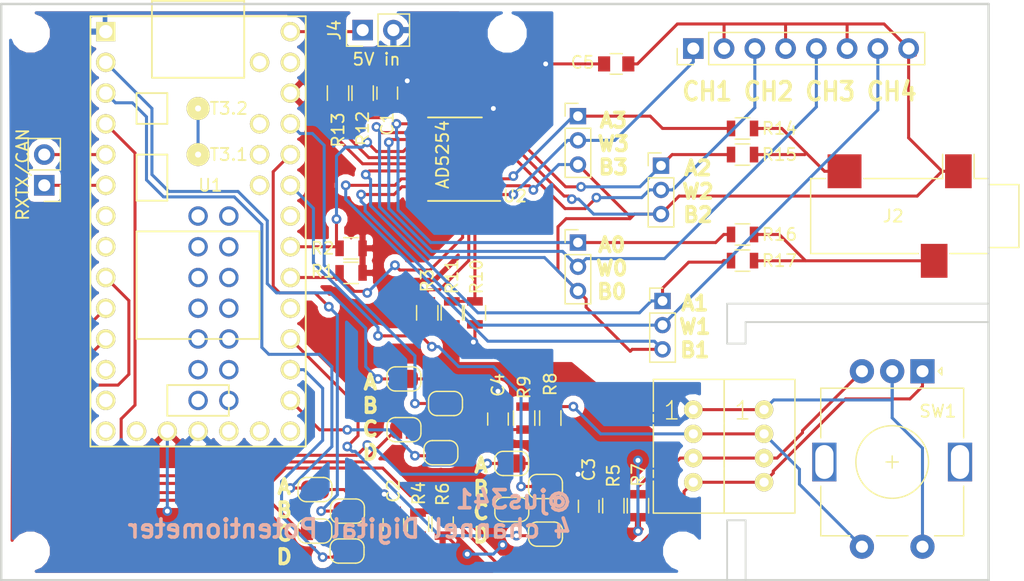
<source format=kicad_pcb>
(kicad_pcb (version 20171130) (host pcbnew 5.0.2-bee76a0~70~ubuntu16.04.1)
  (layers (0 F.Cu signal) (31 B.Cu signal) (34 B.Paste user) (35 F.Paste user) (36 B.SilkS user) (37 F.SilkS user) (38 B.Mask user) (39 F.Mask user) (44 Edge.Cuts user))
  (net 0 "")
  (net 1 "Net-(C1-Pad1)")
  (net 2 GND)
  (net 3 ENCODER_A)
  (net 4 ENCODER_B)
  (net 5 PUSH_SWITCH)
  (net 6 GNDA)
  (net 7 REAR_R_OUT)
  (net 8 FRONT_R_OUT)
  (net 9 REAR_L_OUT)
  (net 10 FRONT_L_OUT)
  (net 11 RIGHT_IN)
  (net 12 LEFT_IN)
  (net 13 "Net-(J3-Pad2)")
  (net 14 "Net-(J3-Pad3)")
  (net 15 "Net-(J6-Pad2)")
  (net 16 "Net-(J6-Pad1)")
  (net 17 PUSH_SELECT_1)
  (net 18 PUSH_SELECT_2)
  (net 19 PUSH_SELECT_3)
  (net 20 PUSH_SELECT_4)
  (net 21 ENCODER_A_1)
  (net 22 ENCODER_A_2)
  (net 23 ENCODER_A_3)
  (net 24 ENCODER_A_4)
  (net 25 ENCODER_B_1)
  (net 26 ENCODER_B_2)
  (net 27 ENCODER_B_3)
  (net 28 ENCODER_B_4)
  (net 29 SDA)
  (net 30 +3V3)
  (net 31 SCL)
  (net 32 "Net-(R3-Pad2)")
  (net 33 "Net-(R10-Pad1)")
  (net 34 "Net-(R12-Pad1)")
  (net 35 "Net-(U1-Pad52)")
  (net 36 "Net-(U1-Pad51)")
  (net 37 "Net-(U1-Pad50)")
  (net 38 "Net-(U1-Pad49)")
  (net 39 "Net-(U1-Pad48)")
  (net 40 "Net-(U1-Pad47)")
  (net 41 "Net-(U1-Pad46)")
  (net 42 "Net-(U1-Pad45)")
  (net 43 "Net-(U1-Pad44)")
  (net 44 "Net-(U1-Pad43)")
  (net 45 "Net-(U1-Pad42)")
  (net 46 "Net-(U1-Pad41)")
  (net 47 "Net-(U1-Pad40)")
  (net 48 "Net-(U1-Pad39)")
  (net 49 "Net-(U1-Pad38)")
  (net 50 "Net-(U1-Pad7)")
  (net 51 "Net-(U1-Pad8)")
  (net 52 "Net-(U1-Pad12)")
  (net 53 "Net-(U1-Pad13)")
  (net 54 "Net-(U1-Pad37)")
  (net 55 "Net-(U1-Pad36)")
  (net 56 "Net-(U1-Pad35)")
  (net 57 "Net-(U1-Pad34)")
  (net 58 +5V)
  (net 59 "Net-(U1-Pad32)")
  (net 60 "Net-(U1-Pad27)")
  (net 61 "Net-(U1-Pad24)")
  (net 62 "Net-(U1-Pad14)")
  (net 63 "Net-(U1-Pad15)")
  (net 64 "Net-(U1-Pad20)")
  (net 65 "Net-(U1-Pad19)")
  (net 66 "Net-(U1-Pad18)")
  (net 67 "Net-(J3-Pad4)")
  (net 68 "Net-(J5-Pad1)")
  (net 69 "Net-(J8-Pad1)")
  (net 70 "Net-(J9-Pad1)")
  (net 71 "Net-(J10-Pad1)")
  (module Socket_Strips:Socket_Strip_Straight_1x03_Pitch2.00mm (layer F.Cu) (at 126.746 63.5)
    (fp_text reference J5 hide)
    (fp_text value Conn_01x03 hide)
    (pad 3 thru_hole oval (at 0 4) (size 1.35 1.35) (drill 0.8) (layers *.Cu *.Mask) (net 6 GNDA))
    (pad 2 thru_hole oval (at 0 2) (size 1.35 1.35) (drill 0.8) (layers *.Cu *.Mask) (net 10 FRONT_L_OUT))
    (pad 1 thru_hole rect (at 0 0) (size 1.35 1.35) (drill 0.8) (layers *.Cu *.Mask) (net 68 "Net-(J5-Pad1)"))
  )
  (module Socket_Strips:Socket_Strip_Straight_1x02_Pitch2.54mm (layer F.Cu) (at 108.966 56.388 90)
    (fp_text reference J4 (at 0 -2.33 90) (layer F.SilkS))
    (fp_text value "5V in" (at -2.413 1.143 180) (layer F.SilkS))
    (pad 2 thru_hole oval (at 0 2.54 90) (size 1.7 1.7) (drill 1) (layers *.Cu *.Mask) (net 2 GND))
    (pad 1 thru_hole rect (at 0 0 90) (size 1.7 1.7) (drill 1) (layers *.Cu *.Mask) (net 58 +5V))
  )
  (module Connector_Audio:Jack_3.5mm_CUI_SJ-3523-SMT_Horizontal (layer F.Cu) (at 154.559 71.755 270)
    (fp_text reference J2 (at 0 1.778) (layer F.SilkS))
    (fp_text value AudioJack3 hide)
    (pad R smd rect (at 3.7 -1.6 270) (size 2.8 2.2) (layers F.Cu F.Paste F.Mask) (net 11 RIGHT_IN))
    (pad S smd rect (at -3.7 -3.6 270) (size 2.8 2.2) (layers F.Cu F.Paste F.Mask) (net 6 GNDA))
    (pad T smd rect (at -3.7 5.8 270) (size 2.8 2.8) (layers F.Cu F.Paste F.Mask) (net 12 LEFT_IN))
    (pad "" np_thru_hole circle (at 0 -2.5 270) (size 1.7 1.7) (drill 1.7) (layers *.Cu *.Mask))
    (pad "" np_thru_hole circle (at 0 4.5 270) (size 1.7 1.7) (drill 1.7) (layers *.Cu *.Mask))
  )
  (module Mounting_Holes:MountingHole_2.2mm_M2 (layer F.Cu) (at 135.382 99.441)
    (fp_text reference REF** hide)
    (fp_text value MountingHole_2.2mm_M2 hide)
    (pad 1 np_thru_hole circle (at 0 0) (size 2.2 2.2) (drill 2.2) (layers *.Cu *.Mask))
  )
  (module Mounting_Holes:MountingHole_2.2mm_M2 (layer F.Cu) (at 120.904 56.642)
    (fp_text reference REF** hide)
    (fp_text value MountingHole_2.2mm_M2 hide)
    (pad 1 np_thru_hole circle (at 0 0) (size 2.2 2.2) (drill 2.2) (layers *.Cu *.Mask))
  )
  (module Mounting_Holes:MountingHole_2.2mm_M2 (layer F.Cu) (at 81.534 56.642)
    (fp_text reference REF** hide)
    (fp_text value MountingHole_2.2mm_M2 hide)
    (pad 1 np_thru_hole circle (at 0 0) (size 2.2 2.2) (drill 2.2) (layers *.Cu *.Mask))
  )
  (module Capacitors_SMD:C_0805 (layer F.Cu) (at 110.998 61.595 90)
    (fp_text reference C1 (at -2.54 0 90) (layer F.SilkS))
    (fp_text value 0.1uF hide)
    (pad 1 smd rect (at -1 0 90) (size 1 1.25) (layers F.Cu F.Paste F.Mask) (net 1 "Net-(C1-Pad1)"))
    (pad 2 smd rect (at 1 0 90) (size 1 1.25) (layers F.Cu F.Paste F.Mask) (net 2 GND))
  )
  (module Capacitors_SMD:C_0805 (layer F.Cu) (at 111.506 97.266 90)
    (fp_text reference C2 (at 2.794 0 90) (layer F.SilkS))
    (fp_text value 0.1uF hide)
    (pad 1 smd rect (at -1 0 90) (size 1 1.25) (layers F.Cu F.Paste F.Mask) (net 3 ENCODER_A))
    (pad 2 smd rect (at 1 0 90) (size 1 1.25) (layers F.Cu F.Paste F.Mask) (net 2 GND))
  )
  (module Capacitors_SMD:C_0805 (layer F.Cu) (at 127.635 95.742 90)
    (fp_text reference C3 (at 3.032 0 90) (layer F.SilkS))
    (fp_text value 0.1uF hide)
    (pad 2 smd rect (at 1 0 90) (size 1 1.25) (layers F.Cu F.Paste F.Mask) (net 2 GND))
    (pad 1 smd rect (at -1 0 90) (size 1 1.25) (layers F.Cu F.Paste F.Mask) (net 4 ENCODER_B))
  )
  (module Capacitors_SMD:C_0805 (layer F.Cu) (at 120.142 88.535 90)
    (fp_text reference C4 (at 2.81 0 90) (layer F.SilkS))
    (fp_text value 0.1uF hide)
    (pad 2 smd rect (at 1 0 90) (size 1 1.25) (layers F.Cu F.Paste F.Mask) (net 2 GND))
    (pad 1 smd rect (at -1 0 90) (size 1 1.25) (layers F.Cu F.Paste F.Mask) (net 5 PUSH_SWITCH))
  )
  (module Capacitors_SMD:C_0805 (layer F.Cu) (at 129.905 59.182 180)
    (fp_text reference C5 (at 2.778 0.127 180) (layer F.SilkS))
    (fp_text value 0.1uF hide)
    (pad 2 smd rect (at 1 0 180) (size 1 1.25) (layers F.Cu F.Paste F.Mask) (net 2 GND))
    (pad 1 smd rect (at -1 0 180) (size 1 1.25) (layers F.Cu F.Paste F.Mask) (net 6 GNDA))
  )
  (module Socket_Strips:Socket_Strip_Straight_1x08_Pitch2.54mm (layer F.Cu) (at 136.271 57.912 90)
    (fp_text reference J1 hide)
    (fp_text value Screw_Terminal_01x08 hide)
    (pad 8 thru_hole oval (at 0 17.78 90) (size 1.7 1.7) (drill 1) (layers *.Cu *.Mask) (net 6 GNDA))
    (pad 7 thru_hole oval (at 0 15.24 90) (size 1.7 1.7) (drill 1) (layers *.Cu *.Mask) (net 7 REAR_R_OUT))
    (pad 6 thru_hole oval (at 0 12.7 90) (size 1.7 1.7) (drill 1) (layers *.Cu *.Mask) (net 6 GNDA))
    (pad 5 thru_hole oval (at 0 10.16 90) (size 1.7 1.7) (drill 1) (layers *.Cu *.Mask) (net 8 FRONT_R_OUT))
    (pad 4 thru_hole oval (at 0 7.62 90) (size 1.7 1.7) (drill 1) (layers *.Cu *.Mask) (net 6 GNDA))
    (pad 3 thru_hole oval (at 0 5.08 90) (size 1.7 1.7) (drill 1) (layers *.Cu *.Mask) (net 9 REAR_L_OUT))
    (pad 2 thru_hole oval (at 0 2.54 90) (size 1.7 1.7) (drill 1) (layers *.Cu *.Mask) (net 6 GNDA))
    (pad 1 thru_hole rect (at 0 0 90) (size 1.7 1.7) (drill 1) (layers *.Cu *.Mask) (net 10 FRONT_L_OUT))
  )
  (module Socket_Strips:Socket_Strip_Straight_1x02_Pitch2.54mm (layer F.Cu) (at 82.677 69.215 180)
    (fp_text reference J6 hide)
    (fp_text value RXTX/CAN (at 1.778 0.889 90) (layer F.SilkS))
    (pad 2 thru_hole oval (at 0 2.54 180) (size 1.7 1.7) (drill 1) (layers *.Cu *.Mask) (net 15 "Net-(J6-Pad2)"))
    (pad 1 thru_hole rect (at 0 0 180) (size 1.7 1.7) (drill 1) (layers *.Cu *.Mask) (net 16 "Net-(J6-Pad1)"))
  )
  (module Jumper:SolderJumper-2_P1.3mm_Open_RoundedPad1.0x1.5mm (layer F.Cu) (at 112.38 85.217)
    (fp_text reference JP1 hide)
    (fp_text value SolderJumper_2_Open hide)
    (pad 1 smd custom (at -0.65 0) (size 1 0.5) (layers F.Cu F.Mask) (net 17 PUSH_SELECT_1) (options (clearance outline) (anchor rect)) (primitives (gr_circle (center 0 0.25) (end 0.5 0.25) (width 0)) (gr_circle (center 0 -0.25) (end 0.5 -0.25) (width 0)) (gr_poly (pts (xy 0 -0.75) (xy 0.5 -0.75) (xy 0.5 0.75) (xy 0 0.75)) (width 0))))
    (pad 2 smd custom (at 0.65 0) (size 1 0.5) (layers F.Cu F.Mask) (net 5 PUSH_SWITCH) (options (clearance outline) (anchor rect)) (primitives (gr_circle (center 0 0.25) (end 0.5 0.25) (width 0)) (gr_circle (center 0 -0.25) (end 0.5 -0.25) (width 0)) (gr_poly (pts (xy 0 -0.75) (xy -0.5 -0.75) (xy -0.5 0.75) (xy 0 0.75)) (width 0))))
  )
  (module Jumper:SolderJumper-2_P1.3mm_Open_RoundedPad1.0x1.5mm (layer F.Cu) (at 115.809 87.249)
    (fp_text reference JP2 hide)
    (fp_text value SolderJumper_2_Open hide)
    (pad 1 smd custom (at -0.65 0) (size 1 0.5) (layers F.Cu F.Mask) (net 18 PUSH_SELECT_2) (options (clearance outline) (anchor rect)) (primitives (gr_circle (center 0 0.25) (end 0.5 0.25) (width 0)) (gr_circle (center 0 -0.25) (end 0.5 -0.25) (width 0)) (gr_poly (pts (xy 0 -0.75) (xy 0.5 -0.75) (xy 0.5 0.75) (xy 0 0.75)) (width 0))))
    (pad 2 smd custom (at 0.65 0) (size 1 0.5) (layers F.Cu F.Mask) (net 5 PUSH_SWITCH) (options (clearance outline) (anchor rect)) (primitives (gr_circle (center 0 0.25) (end 0.5 0.25) (width 0)) (gr_circle (center 0 -0.25) (end 0.5 -0.25) (width 0)) (gr_poly (pts (xy 0 -0.75) (xy -0.5 -0.75) (xy -0.5 0.75) (xy 0 0.75)) (width 0))))
  )
  (module Jumper:SolderJumper-2_P1.3mm_Open_RoundedPad1.0x1.5mm (layer F.Cu) (at 112.38 89.408)
    (fp_text reference JP3 hide)
    (fp_text value SolderJumper_2_Open hide)
    (pad 2 smd custom (at 0.65 0) (size 1 0.5) (layers F.Cu F.Mask) (net 5 PUSH_SWITCH) (options (clearance outline) (anchor rect)) (primitives (gr_circle (center 0 0.25) (end 0.5 0.25) (width 0)) (gr_circle (center 0 -0.25) (end 0.5 -0.25) (width 0)) (gr_poly (pts (xy 0 -0.75) (xy -0.5 -0.75) (xy -0.5 0.75) (xy 0 0.75)) (width 0))))
    (pad 1 smd custom (at -0.65 0) (size 1 0.5) (layers F.Cu F.Mask) (net 19 PUSH_SELECT_3) (options (clearance outline) (anchor rect)) (primitives (gr_circle (center 0 0.25) (end 0.5 0.25) (width 0)) (gr_circle (center 0 -0.25) (end 0.5 -0.25) (width 0)) (gr_poly (pts (xy 0 -0.75) (xy 0.5 -0.75) (xy 0.5 0.75) (xy 0 0.75)) (width 0))))
  )
  (module Jumper:SolderJumper-2_P1.3mm_Open_RoundedPad1.0x1.5mm (layer F.Cu) (at 115.428 91.313)
    (fp_text reference JP4 hide)
    (fp_text value SolderJumper_2_Open hide)
    (pad 1 smd custom (at -0.65 0) (size 1 0.5) (layers F.Cu F.Mask) (net 20 PUSH_SELECT_4) (options (clearance outline) (anchor rect)) (primitives (gr_circle (center 0 0.25) (end 0.5 0.25) (width 0)) (gr_circle (center 0 -0.25) (end 0.5 -0.25) (width 0)) (gr_poly (pts (xy 0 -0.75) (xy 0.5 -0.75) (xy 0.5 0.75) (xy 0 0.75)) (width 0))))
    (pad 2 smd custom (at 0.65 0) (size 1 0.5) (layers F.Cu F.Mask) (net 5 PUSH_SWITCH) (options (clearance outline) (anchor rect)) (primitives (gr_circle (center 0 0.25) (end 0.5 0.25) (width 0)) (gr_circle (center 0 -0.25) (end 0.5 -0.25) (width 0)) (gr_poly (pts (xy 0 -0.75) (xy -0.5 -0.75) (xy -0.5 0.75) (xy 0 0.75)) (width 0))))
  )
  (module Jumper:SolderJumper-2_P1.3mm_Open_RoundedPad1.0x1.5mm (layer F.Cu) (at 105.029 94.361)
    (fp_text reference JP5 hide)
    (fp_text value SolderJumper_2_Open hide)
    (pad 2 smd custom (at 0.65 0) (size 1 0.5) (layers F.Cu F.Mask) (net 3 ENCODER_A) (options (clearance outline) (anchor rect)) (primitives (gr_circle (center 0 0.25) (end 0.5 0.25) (width 0)) (gr_circle (center 0 -0.25) (end 0.5 -0.25) (width 0)) (gr_poly (pts (xy 0 -0.75) (xy -0.5 -0.75) (xy -0.5 0.75) (xy 0 0.75)) (width 0))))
    (pad 1 smd custom (at -0.65 0) (size 1 0.5) (layers F.Cu F.Mask) (net 21 ENCODER_A_1) (options (clearance outline) (anchor rect)) (primitives (gr_circle (center 0 0.25) (end 0.5 0.25) (width 0)) (gr_circle (center 0 -0.25) (end 0.5 -0.25) (width 0)) (gr_poly (pts (xy 0 -0.75) (xy 0.5 -0.75) (xy 0.5 0.75) (xy 0 0.75)) (width 0))))
  )
  (module Jumper:SolderJumper-2_P1.3mm_Open_RoundedPad1.0x1.5mm (layer F.Cu) (at 107.711 96.139)
    (fp_text reference JP6 hide)
    (fp_text value SolderJumper_2_Open hide)
    (pad 1 smd custom (at -0.65 0) (size 1 0.5) (layers F.Cu F.Mask) (net 22 ENCODER_A_2) (options (clearance outline) (anchor rect)) (primitives (gr_circle (center 0 0.25) (end 0.5 0.25) (width 0)) (gr_circle (center 0 -0.25) (end 0.5 -0.25) (width 0)) (gr_poly (pts (xy 0 -0.75) (xy 0.5 -0.75) (xy 0.5 0.75) (xy 0 0.75)) (width 0))))
    (pad 2 smd custom (at 0.65 0) (size 1 0.5) (layers F.Cu F.Mask) (net 3 ENCODER_A) (options (clearance outline) (anchor rect)) (primitives (gr_circle (center 0 0.25) (end 0.5 0.25) (width 0)) (gr_circle (center 0 -0.25) (end 0.5 -0.25) (width 0)) (gr_poly (pts (xy 0 -0.75) (xy -0.5 -0.75) (xy -0.5 0.75) (xy 0 0.75)) (width 0))))
  )
  (module Jumper:SolderJumper-2_P1.3mm_Open_RoundedPad1.0x1.5mm (layer F.Cu) (at 105.014 97.79)
    (fp_text reference JP7 hide)
    (fp_text value SolderJumper_2_Open hide)
    (pad 2 smd custom (at 0.65 0) (size 1 0.5) (layers F.Cu F.Mask) (net 3 ENCODER_A) (options (clearance outline) (anchor rect)) (primitives (gr_circle (center 0 0.25) (end 0.5 0.25) (width 0)) (gr_circle (center 0 -0.25) (end 0.5 -0.25) (width 0)) (gr_poly (pts (xy 0 -0.75) (xy -0.5 -0.75) (xy -0.5 0.75) (xy 0 0.75)) (width 0))))
    (pad 1 smd custom (at -0.65 0) (size 1 0.5) (layers F.Cu F.Mask) (net 23 ENCODER_A_3) (options (clearance outline) (anchor rect)) (primitives (gr_circle (center 0 0.25) (end 0.5 0.25) (width 0)) (gr_circle (center 0 -0.25) (end 0.5 -0.25) (width 0)) (gr_poly (pts (xy 0 -0.75) (xy 0.5 -0.75) (xy 0.5 0.75) (xy 0 0.75)) (width 0))))
  )
  (module Jumper:SolderJumper-2_P1.3mm_Open_RoundedPad1.0x1.5mm (layer F.Cu) (at 107.681 99.441)
    (fp_text reference JP8 hide)
    (fp_text value SolderJumper_2_Open hide)
    (pad 1 smd custom (at -0.65 0) (size 1 0.5) (layers F.Cu F.Mask) (net 24 ENCODER_A_4) (options (clearance outline) (anchor rect)) (primitives (gr_circle (center 0 0.25) (end 0.5 0.25) (width 0)) (gr_circle (center 0 -0.25) (end 0.5 -0.25) (width 0)) (gr_poly (pts (xy 0 -0.75) (xy 0.5 -0.75) (xy 0.5 0.75) (xy 0 0.75)) (width 0))))
    (pad 2 smd custom (at 0.65 0) (size 1 0.5) (layers F.Cu F.Mask) (net 3 ENCODER_A) (options (clearance outline) (anchor rect)) (primitives (gr_circle (center 0 0.25) (end 0.5 0.25) (width 0)) (gr_circle (center 0 -0.25) (end 0.5 -0.25) (width 0)) (gr_poly (pts (xy 0 -0.75) (xy -0.5 -0.75) (xy -0.5 0.75) (xy 0 0.75)) (width 0))))
  )
  (module Jumper:SolderJumper-2_P1.3mm_Open_RoundedPad1.0x1.5mm (layer F.Cu) (at 121.27 92.202)
    (fp_text reference JP9 hide)
    (fp_text value SolderJumper_2_Open hide)
    (pad 2 smd custom (at 0.65 0) (size 1 0.5) (layers F.Cu F.Mask) (net 4 ENCODER_B) (options (clearance outline) (anchor rect)) (primitives (gr_circle (center 0 0.25) (end 0.5 0.25) (width 0)) (gr_circle (center 0 -0.25) (end 0.5 -0.25) (width 0)) (gr_poly (pts (xy 0 -0.75) (xy -0.5 -0.75) (xy -0.5 0.75) (xy 0 0.75)) (width 0))))
    (pad 1 smd custom (at -0.65 0) (size 1 0.5) (layers F.Cu F.Mask) (net 25 ENCODER_B_1) (options (clearance outline) (anchor rect)) (primitives (gr_circle (center 0 0.25) (end 0.5 0.25) (width 0)) (gr_circle (center 0 -0.25) (end 0.5 -0.25) (width 0)) (gr_poly (pts (xy 0 -0.75) (xy 0.5 -0.75) (xy 0.5 0.75) (xy 0 0.75)) (width 0))))
  )
  (module Jumper:SolderJumper-2_P1.3mm_Open_RoundedPad1.0x1.5mm (layer F.Cu) (at 124.064 94.107)
    (fp_text reference JP10 hide)
    (fp_text value SolderJumper_2_Open hide)
    (pad 2 smd custom (at 0.65 0) (size 1 0.5) (layers F.Cu F.Mask) (net 4 ENCODER_B) (options (clearance outline) (anchor rect)) (primitives (gr_circle (center 0 0.25) (end 0.5 0.25) (width 0)) (gr_circle (center 0 -0.25) (end 0.5 -0.25) (width 0)) (gr_poly (pts (xy 0 -0.75) (xy -0.5 -0.75) (xy -0.5 0.75) (xy 0 0.75)) (width 0))))
    (pad 1 smd custom (at -0.65 0) (size 1 0.5) (layers F.Cu F.Mask) (net 26 ENCODER_B_2) (options (clearance outline) (anchor rect)) (primitives (gr_circle (center 0 0.25) (end 0.5 0.25) (width 0)) (gr_circle (center 0 -0.25) (end 0.5 -0.25) (width 0)) (gr_poly (pts (xy 0 -0.75) (xy 0.5 -0.75) (xy 0.5 0.75) (xy 0 0.75)) (width 0))))
  )
  (module Jumper:SolderJumper-2_P1.3mm_Open_RoundedPad1.0x1.5mm (layer F.Cu) (at 121.285 96.012)
    (fp_text reference JP11 hide)
    (fp_text value SolderJumper_2_Open hide)
    (pad 2 smd custom (at 0.65 0) (size 1 0.5) (layers F.Cu F.Mask) (net 4 ENCODER_B) (options (clearance outline) (anchor rect)) (primitives (gr_circle (center 0 0.25) (end 0.5 0.25) (width 0)) (gr_circle (center 0 -0.25) (end 0.5 -0.25) (width 0)) (gr_poly (pts (xy 0 -0.75) (xy -0.5 -0.75) (xy -0.5 0.75) (xy 0 0.75)) (width 0))))
    (pad 1 smd custom (at -0.65 0) (size 1 0.5) (layers F.Cu F.Mask) (net 27 ENCODER_B_3) (options (clearance outline) (anchor rect)) (primitives (gr_circle (center 0 0.25) (end 0.5 0.25) (width 0)) (gr_circle (center 0 -0.25) (end 0.5 -0.25) (width 0)) (gr_poly (pts (xy 0 -0.75) (xy 0.5 -0.75) (xy 0.5 0.75) (xy 0 0.75)) (width 0))))
  )
  (module Jumper:SolderJumper-2_P1.3mm_Open_RoundedPad1.0x1.5mm (layer F.Cu) (at 124.064 98.044)
    (fp_text reference JP12 hide)
    (fp_text value SolderJumper_2_Open hide)
    (pad 1 smd custom (at -0.65 0) (size 1 0.5) (layers F.Cu F.Mask) (net 28 ENCODER_B_4) (options (clearance outline) (anchor rect)) (primitives (gr_circle (center 0 0.25) (end 0.5 0.25) (width 0)) (gr_circle (center 0 -0.25) (end 0.5 -0.25) (width 0)) (gr_poly (pts (xy 0 -0.75) (xy 0.5 -0.75) (xy 0.5 0.75) (xy 0 0.75)) (width 0))))
    (pad 2 smd custom (at 0.65 0) (size 1 0.5) (layers F.Cu F.Mask) (net 4 ENCODER_B) (options (clearance outline) (anchor rect)) (primitives (gr_circle (center 0 0.25) (end 0.5 0.25) (width 0)) (gr_circle (center 0 -0.25) (end 0.5 -0.25) (width 0)) (gr_poly (pts (xy 0 -0.75) (xy -0.5 -0.75) (xy -0.5 0.75) (xy 0 0.75)) (width 0))))
  )
  (module Resistors_SMD:R_0805 (layer F.Cu) (at 108.011 76.454 180)
    (fp_text reference R1 (at 2.347 0.127 180) (layer F.SilkS))
    (fp_text value 2.2k hide)
    (pad 2 smd rect (at 0.95 0 180) (size 0.7 1.3) (layers F.Cu F.Paste F.Mask) (net 29 SDA))
    (pad 1 smd rect (at -0.95 0 180) (size 0.7 1.3) (layers F.Cu F.Paste F.Mask) (net 30 +3V3))
  )
  (module Resistors_SMD:R_0805 (layer F.Cu) (at 108.011 74.422)
    (fp_text reference R2 (at -2.347 0) (layer F.SilkS))
    (fp_text value 2.2k hide)
    (pad 1 smd rect (at -0.95 0) (size 0.7 1.3) (layers F.Cu F.Paste F.Mask) (net 31 SCL))
    (pad 2 smd rect (at 0.95 0) (size 0.7 1.3) (layers F.Cu F.Paste F.Mask) (net 30 +3V3))
  )
  (module Resistors_SMD:R_0805 (layer F.Cu) (at 114.3 79.756 90)
    (fp_text reference R3 (at 2.667 0 90) (layer F.SilkS))
    (fp_text value 10k hide)
    (pad 2 smd rect (at 0.95 0 90) (size 0.7 1.3) (layers F.Cu F.Paste F.Mask) (net 32 "Net-(R3-Pad2)"))
    (pad 1 smd rect (at -0.95 0 90) (size 0.7 1.3) (layers F.Cu F.Paste F.Mask) (net 30 +3V3))
  )
  (module Resistors_SMD:R_0805 (layer F.Cu) (at 113.538 97.216 90)
    (fp_text reference R4 (at 2.54 0.061 90) (layer F.SilkS))
    (fp_text value 10k hide)
    (pad 1 smd rect (at -0.95 0 90) (size 0.7 1.3) (layers F.Cu F.Paste F.Mask) (net 3 ENCODER_A))
    (pad 2 smd rect (at 0.95 0 90) (size 0.7 1.3) (layers F.Cu F.Paste F.Mask) (net 67 "Net-(J3-Pad4)"))
  )
  (module Resistors_SMD:R_0805 (layer F.Cu) (at 129.667 95.697 270)
    (fp_text reference R5 (at -2.479 0 270) (layer F.SilkS))
    (fp_text value 10k hide)
    (pad 2 smd rect (at 0.95 0 270) (size 0.7 1.3) (layers F.Cu F.Paste F.Mask) (net 4 ENCODER_B))
    (pad 1 smd rect (at -0.95 0 270) (size 0.7 1.3) (layers F.Cu F.Paste F.Mask) (net 14 "Net-(J3-Pad3)"))
  )
  (module Resistors_SMD:R_0805 (layer F.Cu) (at 115.57 97.216 90)
    (fp_text reference R6 (at 2.474 0 90) (layer F.SilkS))
    (fp_text value 10k hide)
    (pad 2 smd rect (at 0.95 0 90) (size 0.7 1.3) (layers F.Cu F.Paste F.Mask) (net 67 "Net-(J3-Pad4)"))
    (pad 1 smd rect (at -0.95 0 90) (size 0.7 1.3) (layers F.Cu F.Paste F.Mask) (net 30 +3V3))
  )
  (module Resistors_SMD:R_0805 (layer F.Cu) (at 131.699 95.697 90)
    (fp_text reference R7 (at 2.54 0 90) (layer F.SilkS))
    (fp_text value 10k hide)
    (pad 1 smd rect (at -0.95 0 90) (size 0.7 1.3) (layers F.Cu F.Paste F.Mask) (net 30 +3V3))
    (pad 2 smd rect (at 0.95 0 90) (size 0.7 1.3) (layers F.Cu F.Paste F.Mask) (net 14 "Net-(J3-Pad3)"))
  )
  (module Resistors_SMD:R_0805 (layer F.Cu) (at 124.46 88.453 90)
    (fp_text reference R8 (at 2.794 0 90) (layer F.SilkS))
    (fp_text value 10k hide)
    (pad 2 smd rect (at 0.95 0 90) (size 0.7 1.3) (layers F.Cu F.Paste F.Mask) (net 13 "Net-(J3-Pad2)"))
    (pad 1 smd rect (at -0.95 0 90) (size 0.7 1.3) (layers F.Cu F.Paste F.Mask) (net 30 +3V3))
  )
  (module Resistors_SMD:R_0805 (layer F.Cu) (at 122.301 88.453 90)
    (fp_text reference R9 (at 2.54 0 90) (layer F.SilkS))
    (fp_text value 10k hide)
    (pad 1 smd rect (at -0.95 0 90) (size 0.7 1.3) (layers F.Cu F.Paste F.Mask) (net 5 PUSH_SWITCH))
    (pad 2 smd rect (at 0.95 0 90) (size 0.7 1.3) (layers F.Cu F.Paste F.Mask) (net 13 "Net-(J3-Pad2)"))
  )
  (module Resistors_SMD:R_0805 (layer F.Cu) (at 118.237 79.756 270)
    (fp_text reference R10 (at -2.987 -0.127 270) (layer F.SilkS))
    (fp_text value R hide)
    (pad 2 smd rect (at 0.95 0 270) (size 0.7 1.3) (layers F.Cu F.Paste F.Mask) (net 2 GND))
    (pad 1 smd rect (at -0.95 0 270) (size 0.7 1.3) (layers F.Cu F.Paste F.Mask) (net 33 "Net-(R10-Pad1)"))
  )
  (module Resistors_SMD:R_0805 (layer F.Cu) (at 116.332 79.756 270)
    (fp_text reference R11 (at -2.987 0 270) (layer F.SilkS))
    (fp_text value R hide)
    (pad 1 smd rect (at -0.95 0 270) (size 0.7 1.3) (layers F.Cu F.Paste F.Mask) (net 33 "Net-(R10-Pad1)"))
    (pad 2 smd rect (at 0.95 0 270) (size 0.7 1.3) (layers F.Cu F.Paste F.Mask) (net 30 +3V3))
  )
  (module Resistors_SMD:R_0805 (layer F.Cu) (at 108.966 61.595 90)
    (fp_text reference R12 (at -2.921 0 90) (layer F.SilkS))
    (fp_text value R hide)
    (pad 2 smd rect (at 0.95 0 90) (size 0.7 1.3) (layers F.Cu F.Paste F.Mask) (net 2 GND))
    (pad 1 smd rect (at -0.95 0 90) (size 0.7 1.3) (layers F.Cu F.Paste F.Mask) (net 34 "Net-(R12-Pad1)"))
  )
  (module Resistors_SMD:R_0805 (layer F.Cu) (at 106.934 61.595 90)
    (fp_text reference R13 (at -3.048 0 90) (layer F.SilkS))
    (fp_text value R hide)
    (pad 1 smd rect (at -0.95 0 90) (size 0.7 1.3) (layers F.Cu F.Paste F.Mask) (net 34 "Net-(R12-Pad1)"))
    (pad 2 smd rect (at 0.95 0 90) (size 0.7 1.3) (layers F.Cu F.Paste F.Mask) (net 30 +3V3))
  )
  (module Rotary_Encoder:RotaryEncoder_Alps_EC11E-Switch_Vertical_H20mm (layer F.Cu) (at 155.194 84.582 270)
    (fp_text reference SW1 (at 3.302 -1.27) (layer F.SilkS))
    (fp_text value Rotary_Encoder_Switch hide)
    (pad S1 thru_hole circle (at 14.5 5 270) (size 2 2) (drill 1) (layers *.Cu *.Mask) (net 13 "Net-(J3-Pad2)"))
    (pad S2 thru_hole circle (at 14.5 0 270) (size 2 2) (drill 1) (layers *.Cu *.Mask) (net 2 GND))
    (pad MP thru_hole rect (at 7.5 8.1 270) (size 3.2 2) (drill oval 2.8 1.5) (layers *.Cu *.Mask))
    (pad MP thru_hole rect (at 7.5 -3.1 270) (size 3.2 2) (drill oval 2.8 1.5) (layers *.Cu *.Mask))
    (pad B thru_hole circle (at 0 5 270) (size 2 2) (drill 1) (layers *.Cu *.Mask) (net 14 "Net-(J3-Pad3)"))
    (pad C thru_hole circle (at 0 2.5 270) (size 2 2) (drill 1) (layers *.Cu *.Mask) (net 2 GND))
    (pad A thru_hole rect (at 0 0 270) (size 2 2) (drill 1) (layers *.Cu *.Mask) (net 67 "Net-(J3-Pad4)"))
  )
  (module teensy:Teensy30_31_32_LC (layer F.Cu) (at 95.377 73.025 270)
    (fp_text reference U1 (at -3.81 -1.016) (layer F.SilkS))
    (fp_text value Teensy3.2)
    (fp_text user T3.1 (at -6.35 -2.54) (layer F.SilkS))
    (fp_text user T3.2 (at -10.16 -2.54) (layer F.SilkS))
    (pad 52 thru_hole circle (at -10.16 0 270) (size 1.9 1.9) (drill 0.5) (layers *.Cu *.Mask F.SilkS) (net 35 "Net-(U1-Pad52)"))
    (pad 52 thru_hole circle (at -6.35 0 270) (size 1.9 1.9) (drill 0.5) (layers *.Cu *.Mask F.SilkS) (net 35 "Net-(U1-Pad52)"))
    (pad 51 thru_hole circle (at -1.27 -2.54 270) (size 1.6 1.6) (drill 1.1) (layers *.Cu *.Mask) (net 36 "Net-(U1-Pad51)"))
    (pad 50 thru_hole circle (at 1.27 -2.54 270) (size 1.6 1.6) (drill 1.1) (layers *.Cu *.Mask) (net 37 "Net-(U1-Pad50)"))
    (pad 49 thru_hole circle (at 3.81 -2.54 270) (size 1.6 1.6) (drill 1.1) (layers *.Cu *.Mask) (net 38 "Net-(U1-Pad49)"))
    (pad 48 thru_hole circle (at 6.35 -2.54 270) (size 1.6 1.6) (drill 1.1) (layers *.Cu *.Mask) (net 39 "Net-(U1-Pad48)"))
    (pad 47 thru_hole circle (at 8.89 -2.54 270) (size 1.6 1.6) (drill 1.1) (layers *.Cu *.Mask) (net 40 "Net-(U1-Pad47)"))
    (pad 46 thru_hole circle (at 11.43 -2.54 270) (size 1.6 1.6) (drill 1.1) (layers *.Cu *.Mask) (net 41 "Net-(U1-Pad46)"))
    (pad 45 thru_hole circle (at 13.97 -2.54 270) (size 1.6 1.6) (drill 1.1) (layers *.Cu *.Mask) (net 42 "Net-(U1-Pad45)"))
    (pad 44 thru_hole circle (at 13.97 0 270) (size 1.6 1.6) (drill 1.1) (layers *.Cu *.Mask) (net 43 "Net-(U1-Pad44)"))
    (pad 43 thru_hole circle (at 11.43 0 270) (size 1.6 1.6) (drill 1.1) (layers *.Cu *.Mask) (net 44 "Net-(U1-Pad43)"))
    (pad 42 thru_hole circle (at 8.89 0 270) (size 1.6 1.6) (drill 1.1) (layers *.Cu *.Mask) (net 45 "Net-(U1-Pad42)"))
    (pad 41 thru_hole circle (at 6.35 0 270) (size 1.6 1.6) (drill 1.1) (layers *.Cu *.Mask) (net 46 "Net-(U1-Pad41)"))
    (pad 40 thru_hole circle (at 3.81 0 270) (size 1.6 1.6) (drill 1.1) (layers *.Cu *.Mask) (net 47 "Net-(U1-Pad40)"))
    (pad 39 thru_hole circle (at 1.27 0 270) (size 1.6 1.6) (drill 1.1) (layers *.Cu *.Mask) (net 48 "Net-(U1-Pad39)"))
    (pad 38 thru_hole circle (at -1.27 0 270) (size 1.6 1.6) (drill 1.1) (layers *.Cu *.Mask) (net 49 "Net-(U1-Pad38)"))
    (pad 1 thru_hole rect (at -16.51 7.62 270) (size 1.6 1.6) (drill 1.1) (layers *.Cu *.Mask F.SilkS) (net 2 GND))
    (pad 2 thru_hole circle (at -13.97 7.62 270) (size 1.6 1.6) (drill 1.1) (layers *.Cu *.Mask F.SilkS) (net 17 PUSH_SELECT_1))
    (pad 3 thru_hole circle (at -11.43 7.62 270) (size 1.6 1.6) (drill 1.1) (layers *.Cu *.Mask F.SilkS) (net 21 ENCODER_A_1))
    (pad 4 thru_hole circle (at -8.89 7.62 270) (size 1.6 1.6) (drill 1.1) (layers *.Cu *.Mask F.SilkS) (net 25 ENCODER_B_1))
    (pad 5 thru_hole circle (at -6.35 7.62 270) (size 1.6 1.6) (drill 1.1) (layers *.Cu *.Mask F.SilkS) (net 15 "Net-(J6-Pad2)"))
    (pad 6 thru_hole circle (at -3.81 7.62 270) (size 1.6 1.6) (drill 1.1) (layers *.Cu *.Mask F.SilkS) (net 16 "Net-(J6-Pad1)"))
    (pad 7 thru_hole circle (at -1.27 7.62 270) (size 1.6 1.6) (drill 1.1) (layers *.Cu *.Mask F.SilkS) (net 50 "Net-(U1-Pad7)"))
    (pad 8 thru_hole circle (at 1.27 7.62 270) (size 1.6 1.6) (drill 1.1) (layers *.Cu *.Mask F.SilkS) (net 51 "Net-(U1-Pad8)"))
    (pad 9 thru_hole circle (at 3.81 7.62 270) (size 1.6 1.6) (drill 1.1) (layers *.Cu *.Mask F.SilkS) (net 19 PUSH_SELECT_3))
    (pad 10 thru_hole circle (at 6.35 7.62 270) (size 1.6 1.6) (drill 1.1) (layers *.Cu *.Mask F.SilkS) (net 23 ENCODER_A_3))
    (pad 11 thru_hole circle (at 8.89 7.62 270) (size 1.6 1.6) (drill 1.1) (layers *.Cu *.Mask F.SilkS) (net 27 ENCODER_B_3))
    (pad 12 thru_hole circle (at 11.43 7.62 270) (size 1.6 1.6) (drill 1.1) (layers *.Cu *.Mask F.SilkS) (net 52 "Net-(U1-Pad12)"))
    (pad 13 thru_hole circle (at 13.97 7.62 270) (size 1.6 1.6) (drill 1.1) (layers *.Cu *.Mask F.SilkS) (net 53 "Net-(U1-Pad13)"))
    (pad 37 thru_hole circle (at -3.81 -5.08 270) (size 1.6 1.6) (drill 1.1) (layers *.Cu *.Mask F.SilkS) (net 54 "Net-(U1-Pad37)"))
    (pad 36 thru_hole circle (at -6.35 -5.08 270) (size 1.6 1.6) (drill 1.1) (layers *.Cu *.Mask F.SilkS) (net 55 "Net-(U1-Pad36)"))
    (pad 35 thru_hole circle (at -8.89 -5.08 270) (size 1.6 1.6) (drill 1.1) (layers *.Cu *.Mask F.SilkS) (net 56 "Net-(U1-Pad35)"))
    (pad 34 thru_hole circle (at -13.97 -5.08 270) (size 1.6 1.6) (drill 1.1) (layers *.Cu *.Mask F.SilkS) (net 57 "Net-(U1-Pad34)"))
    (pad 33 thru_hole circle (at -16.51 -7.62 270) (size 1.6 1.6) (drill 1.1) (layers *.Cu *.Mask F.SilkS) (net 58 +5V))
    (pad 32 thru_hole circle (at -13.97 -7.62 270) (size 1.6 1.6) (drill 1.1) (layers *.Cu *.Mask F.SilkS) (net 59 "Net-(U1-Pad32)"))
    (pad 31 thru_hole circle (at -11.43 -7.62 270) (size 1.6 1.6) (drill 1.1) (layers *.Cu *.Mask F.SilkS) (net 30 +3V3))
    (pad 30 thru_hole circle (at -8.89 -7.62 270) (size 1.6 1.6) (drill 1.1) (layers *.Cu *.Mask F.SilkS) (net 18 PUSH_SELECT_2))
    (pad 29 thru_hole circle (at -6.35 -7.62 270) (size 1.6 1.6) (drill 1.1) (layers *.Cu *.Mask F.SilkS) (net 22 ENCODER_A_2))
    (pad 28 thru_hole circle (at -3.81 -7.62 270) (size 1.6 1.6) (drill 1.1) (layers *.Cu *.Mask F.SilkS) (net 26 ENCODER_B_2))
    (pad 27 thru_hole circle (at -1.27 -7.62 270) (size 1.6 1.6) (drill 1.1) (layers *.Cu *.Mask F.SilkS) (net 60 "Net-(U1-Pad27)"))
    (pad 26 thru_hole circle (at 1.27 -7.62 270) (size 1.6 1.6) (drill 1.1) (layers *.Cu *.Mask F.SilkS) (net 31 SCL))
    (pad 25 thru_hole circle (at 3.81 -7.62 270) (size 1.6 1.6) (drill 1.1) (layers *.Cu *.Mask F.SilkS) (net 29 SDA))
    (pad 24 thru_hole circle (at 6.35 -7.62 270) (size 1.6 1.6) (drill 1.1) (layers *.Cu *.Mask F.SilkS) (net 61 "Net-(U1-Pad24)"))
    (pad 23 thru_hole circle (at 8.89 -7.62 270) (size 1.6 1.6) (drill 1.1) (layers *.Cu *.Mask F.SilkS) (net 28 ENCODER_B_4))
    (pad 22 thru_hole circle (at 11.43 -7.62 270) (size 1.6 1.6) (drill 1.1) (layers *.Cu *.Mask F.SilkS) (net 24 ENCODER_A_4))
    (pad 21 thru_hole circle (at 13.97 -7.62 270) (size 1.6 1.6) (drill 1.1) (layers *.Cu *.Mask F.SilkS) (net 20 PUSH_SELECT_4))
    (pad 14 thru_hole circle (at 16.51 7.62 270) (size 1.6 1.6) (drill 1.1) (layers *.Cu *.Mask F.SilkS) (net 62 "Net-(U1-Pad14)"))
    (pad 15 thru_hole circle (at 16.51 5.08 270) (size 1.6 1.6) (drill 1.1) (layers *.Cu *.Mask F.SilkS) (net 63 "Net-(U1-Pad15)"))
    (pad 16 thru_hole circle (at 16.51 2.54 270) (size 1.6 1.6) (drill 1.1) (layers *.Cu *.Mask F.SilkS) (net 30 +3V3))
    (pad 20 thru_hole circle (at 16.51 -7.62 270) (size 1.6 1.6) (drill 1.1) (layers *.Cu *.Mask F.SilkS) (net 64 "Net-(U1-Pad20)"))
    (pad 19 thru_hole circle (at 16.51 -5.08 270) (size 1.6 1.6) (drill 1.1) (layers *.Cu *.Mask F.SilkS) (net 65 "Net-(U1-Pad19)"))
    (pad 18 thru_hole circle (at 16.51 -2.54 270) (size 1.6 1.6) (drill 1.1) (layers *.Cu *.Mask F.SilkS) (net 66 "Net-(U1-Pad18)"))
    (pad 17 thru_hole circle (at 16.51 0 270) (size 1.6 1.6) (drill 1.1) (layers *.Cu *.Mask F.SilkS) (net 2 GND))
  )
  (module Housings_SSOP:TSSOP-20_4.4x6.5mm_Pitch0.65mm (layer F.Cu) (at 116.586 67.056 180)
    (fp_text reference U2 (at -4.953 -3.048 180) (layer F.SilkS))
    (fp_text value AD5254 (at 1.016 0.381 270) (layer F.SilkS))
    (pad 20 smd rect (at 2.95 -2.925 180) (size 1.45 0.45) (layers F.Cu F.Paste F.Mask) (net 30 +3V3))
    (pad 19 smd rect (at 2.95 -2.275 180) (size 1.45 0.45) (layers F.Cu F.Paste F.Mask) (net 7 REAR_R_OUT))
    (pad 18 smd rect (at 2.95 -1.625 180) (size 1.45 0.45) (layers F.Cu F.Paste F.Mask) (net 6 GNDA))
    (pad 17 smd rect (at 2.95 -0.975 180) (size 1.45 0.45) (layers F.Cu F.Paste F.Mask) (net 71 "Net-(J10-Pad1)"))
    (pad 16 smd rect (at 2.95 -0.325 180) (size 1.45 0.45) (layers F.Cu F.Paste F.Mask) (net 34 "Net-(R12-Pad1)"))
    (pad 15 smd rect (at 2.95 0.325 180) (size 1.45 0.45) (layers F.Cu F.Paste F.Mask) (net 1 "Net-(C1-Pad1)"))
    (pad 14 smd rect (at 2.95 0.975 180) (size 1.45 0.45) (layers F.Cu F.Paste F.Mask) (net 31 SCL))
    (pad 13 smd rect (at 2.95 1.625 180) (size 1.45 0.45) (layers F.Cu F.Paste F.Mask) (net 8 FRONT_R_OUT))
    (pad 12 smd rect (at 2.95 2.275 180) (size 1.45 0.45) (layers F.Cu F.Paste F.Mask) (net 6 GNDA))
    (pad 11 smd rect (at 2.95 2.925 180) (size 1.45 0.45) (layers F.Cu F.Paste F.Mask) (net 70 "Net-(J9-Pad1)"))
    (pad 10 smd rect (at -2.95 2.925 180) (size 1.45 0.45) (layers F.Cu F.Paste F.Mask) (net 2 GND))
    (pad 9 smd rect (at -2.95 2.275 180) (size 1.45 0.45) (layers F.Cu F.Paste F.Mask) (net 29 SDA))
    (pad 8 smd rect (at -2.95 1.625 180) (size 1.45 0.45) (layers F.Cu F.Paste F.Mask) (net 69 "Net-(J8-Pad1)"))
    (pad 7 smd rect (at -2.95 0.975 180) (size 1.45 0.45) (layers F.Cu F.Paste F.Mask) (net 6 GNDA))
    (pad 6 smd rect (at -2.95 0.325 180) (size 1.45 0.45) (layers F.Cu F.Paste F.Mask) (net 9 REAR_L_OUT))
    (pad 5 smd rect (at -2.95 -0.325 180) (size 1.45 0.45) (layers F.Cu F.Paste F.Mask) (net 32 "Net-(R3-Pad2)"))
    (pad 4 smd rect (at -2.95 -0.975 180) (size 1.45 0.45) (layers F.Cu F.Paste F.Mask) (net 33 "Net-(R10-Pad1)"))
    (pad 3 smd rect (at -2.95 -1.625 180) (size 1.45 0.45) (layers F.Cu F.Paste F.Mask) (net 68 "Net-(J5-Pad1)"))
    (pad 2 smd rect (at -2.95 -2.275 180) (size 1.45 0.45) (layers F.Cu F.Paste F.Mask) (net 6 GNDA))
    (pad 1 smd rect (at -2.95 -2.925 180) (size 1.45 0.45) (layers F.Cu F.Paste F.Mask) (net 10 FRONT_L_OUT))
  )
  (module Mounting_Holes:MountingHole_2.2mm_M2 (layer F.Cu) (at 81.534 99.441)
    (fp_text reference REF** hide)
    (fp_text value MountingHole_2.2mm_M2 hide)
    (pad 1 np_thru_hole circle (at 0 0) (size 2.2 2.2) (drill 2.2) (layers *.Cu *.Mask))
  )
  (module Connectors:Grove_1x04 (layer F.Cu) (at 142.113 87.757)
    (fp_text reference J7 hide)
    (fp_text value Conn_01x04 hide)
    (fp_text user 1 (at -1.775 0.075) (layer F.SilkS) (effects (font (size 1.5 1.5) (thickness 0.12))))
    (pad 4 thru_hole circle (at 0 6) (size 1.524 1.524) (drill 0.762) (layers *.Cu *.Mask F.SilkS) (net 67 "Net-(J3-Pad4)"))
    (pad 3 thru_hole circle (at 0 4) (size 1.524 1.524) (drill 0.762) (layers *.Cu *.Mask F.SilkS) (net 14 "Net-(J3-Pad3)"))
    (pad 2 thru_hole circle (at 0 2) (size 1.524 1.524) (drill 0.762) (layers *.Cu *.Mask F.SilkS) (net 13 "Net-(J3-Pad2)"))
    (pad 1 thru_hole circle (at 0 0) (size 1.524 1.524) (drill 0.762) (layers *.Cu *.Mask F.SilkS) (net 2 GND))
  )
  (module Connectors:Grove_1x04 (layer F.Cu) (at 136.271 87.757)
    (fp_text reference J3 hide)
    (fp_text value Conn_01x04 hide)
    (fp_text user 1 (at -1.775 0.075) (layer F.SilkS) (effects (font (size 1.5 1.5) (thickness 0.12))))
    (pad 4 thru_hole circle (at 0 6) (size 1.524 1.524) (drill 0.762) (layers *.Cu *.Mask F.SilkS) (net 67 "Net-(J3-Pad4)"))
    (pad 3 thru_hole circle (at 0 4) (size 1.524 1.524) (drill 0.762) (layers *.Cu *.Mask F.SilkS) (net 14 "Net-(J3-Pad3)"))
    (pad 2 thru_hole circle (at 0 2) (size 1.524 1.524) (drill 0.762) (layers *.Cu *.Mask F.SilkS) (net 13 "Net-(J3-Pad2)"))
    (pad 1 thru_hole circle (at 0 0) (size 1.524 1.524) (drill 0.762) (layers *.Cu *.Mask F.SilkS) (net 2 GND))
  )
  (module Socket_Strips:Socket_Strip_Straight_1x03_Pitch2.00mm (layer F.Cu) (at 133.604 67.596)
    (fp_text reference J8 hide)
    (fp_text value Conn_01x03 hide)
    (pad 3 thru_hole oval (at 0 4) (size 1.35 1.35) (drill 0.8) (layers *.Cu *.Mask) (net 6 GNDA))
    (pad 2 thru_hole oval (at 0 2) (size 1.35 1.35) (drill 0.8) (layers *.Cu *.Mask) (net 9 REAR_L_OUT))
    (pad 1 thru_hole rect (at 0 0) (size 1.35 1.35) (drill 0.8) (layers *.Cu *.Mask) (net 69 "Net-(J8-Pad1)"))
  )
  (module Socket_Strips:Socket_Strip_Straight_1x03_Pitch2.00mm (layer F.Cu) (at 126.746 73.946)
    (fp_text reference J9 hide)
    (fp_text value Conn_01x03 hide)
    (pad 1 thru_hole rect (at 0 0) (size 1.35 1.35) (drill 0.8) (layers *.Cu *.Mask) (net 70 "Net-(J9-Pad1)"))
    (pad 2 thru_hole oval (at 0 2) (size 1.35 1.35) (drill 0.8) (layers *.Cu *.Mask) (net 8 FRONT_R_OUT))
    (pad 3 thru_hole oval (at 0 4) (size 1.35 1.35) (drill 0.8) (layers *.Cu *.Mask) (net 6 GNDA))
  )
  (module Socket_Strips:Socket_Strip_Straight_1x03_Pitch2.00mm (layer F.Cu) (at 133.731 78.772)
    (fp_text reference J10 hide)
    (fp_text value Conn_01x03 hide)
    (pad 3 thru_hole oval (at 0 4) (size 1.35 1.35) (drill 0.8) (layers *.Cu *.Mask) (net 6 GNDA))
    (pad 2 thru_hole oval (at 0 2) (size 1.35 1.35) (drill 0.8) (layers *.Cu *.Mask) (net 7 REAR_R_OUT))
    (pad 1 thru_hole rect (at 0 0) (size 1.35 1.35) (drill 0.8) (layers *.Cu *.Mask) (net 71 "Net-(J10-Pad1)"))
  )
  (module Resistors_SMD:R_0805 (layer F.Cu) (at 140.335 64.516 180)
    (fp_text reference R14 (at -3.048 0 180) (layer F.SilkS))
    (fp_text value 10K hide)
    (pad 1 smd rect (at -0.95 0 180) (size 0.7 1.3) (layers F.Cu F.Paste F.Mask) (net 12 LEFT_IN))
    (pad 2 smd rect (at 0.95 0 180) (size 0.7 1.3) (layers F.Cu F.Paste F.Mask) (net 68 "Net-(J5-Pad1)"))
  )
  (module Resistors_SMD:R_0805 (layer F.Cu) (at 140.335 66.675 180)
    (fp_text reference R15 (at -3.048 0 180) (layer F.SilkS))
    (fp_text value 10K hide)
    (pad 2 smd rect (at 0.95 0 180) (size 0.7 1.3) (layers F.Cu F.Paste F.Mask) (net 69 "Net-(J8-Pad1)"))
    (pad 1 smd rect (at -0.95 0 180) (size 0.7 1.3) (layers F.Cu F.Paste F.Mask) (net 12 LEFT_IN))
  )
  (module Resistors_SMD:R_0805 (layer F.Cu) (at 140.335 73.279 180)
    (fp_text reference R16 (at -3.048 0 180) (layer F.SilkS))
    (fp_text value 10K hide)
    (pad 1 smd rect (at -0.95 0 180) (size 0.7 1.3) (layers F.Cu F.Paste F.Mask) (net 11 RIGHT_IN))
    (pad 2 smd rect (at 0.95 0 180) (size 0.7 1.3) (layers F.Cu F.Paste F.Mask) (net 70 "Net-(J9-Pad1)"))
  )
  (module Resistors_SMD:R_0805 (layer F.Cu) (at 140.335 75.438 180)
    (fp_text reference R17 (at -3.048 0 180) (layer F.SilkS))
    (fp_text value 10K hide)
    (pad 2 smd rect (at 0.95 0 180) (size 0.7 1.3) (layers F.Cu F.Paste F.Mask) (net 71 "Net-(J10-Pad1)"))
    (pad 1 smd rect (at -0.95 0 180) (size 0.7 1.3) (layers F.Cu F.Paste F.Mask) (net 11 RIGHT_IN))
  )
  (gr_text "A1\nW1\nB1" (at 136.398 80.899) (layer F.SilkS) (effects (font (size 1.2 1.2) (thickness 0.3))))
  (gr_text "A2\nW2\nB2" (at 136.652 69.723) (layer F.SilkS) (effects (font (size 1.2 1.2) (thickness 0.3))))
  (gr_text "A0\nW0\nB0" (at 129.54 76.073) (layer F.SilkS) (effects (font (size 1.2 1.2) (thickness 0.3))))
  (gr_line (start 79.121 101.854) (end 81.534 101.854) (layer Edge.Cuts) (width 0.2))
  (gr_line (start 79.121 54.229) (end 81.534 54.229) (layer Edge.Cuts) (width 0.2))
  (gr_text "A3\nW3\nB3" (at 129.667 65.786) (layer F.SilkS) (effects (font (size 1.2 1.2) (thickness 0.3))))
  (gr_line (start 160.655 78.994) (end 139.065 78.994) (layer Edge.Cuts) (width 0.15))
  (gr_line (start 160.655 80.518) (end 160.655 78.994) (layer Edge.Cuts) (width 0.15))
  (gr_line (start 140.589 80.518) (end 160.655 80.518) (layer Edge.Cuts) (width 0.15))
  (gr_line (start 140.589 82.296) (end 140.589 80.518) (layer Edge.Cuts) (width 0.15))
  (gr_line (start 139.065 82.296) (end 140.589 82.296) (layer Edge.Cuts) (width 0.15))
  (gr_line (start 139.065 78.994) (end 139.065 82.296) (layer Edge.Cuts) (width 0.15))
  (gr_text "CH1 CH2 CH3 CH4" (at 145.034 61.468) (layer F.SilkS) (effects (font (size 1.5 1.35) (thickness 0.3))))
  (gr_line (start 81.534 54.229) (end 160.655 54.229) (layer Edge.Cuts) (width 0.2))
  (gr_line (start 160.655 54.229) (end 160.655 101.854) (layer Edge.Cuts) (width 0.2))
  (gr_line (start 79.121 101.854) (end 79.121 54.229) (layer Edge.Cuts) (width 0.2))
  (gr_line (start 160.655 101.854) (end 81.534 101.854) (layer Edge.Cuts) (width 0.2))
  (gr_text "@jus341\n4 channel Digital Potentiometer" (at 126.365 96.393) (layer B.SilkS) (effects (font (size 1.5 1.5) (thickness 0.3)) (justify left mirror)))
  (gr_line (start 139.065 101.854) (end 140.589 101.854) (layer Edge.Cuts) (width 0.15))
  (gr_line (start 140.589 96.901) (end 140.589 101.854) (layer Edge.Cuts) (width 0.15))
  (gr_line (start 139.065 96.901) (end 140.589 96.901) (layer Edge.Cuts) (width 0.15))
  (gr_line (start 139.065 101.854) (end 139.065 96.901) (layer Edge.Cuts) (width 0.15))
  (gr_text "A\nB\nC\nD" (at 109.601 88.392) (layer F.SilkS) (effects (font (size 1.2 1.2) (thickness 0.3))))
  (gr_text "A\nB\nC\nD" (at 102.489 97.028) (layer F.SilkS) (effects (font (size 1.2 1.2) (thickness 0.3))))
  (gr_text "A\nB\nC\nD" (at 118.745 95.25) (layer F.SilkS) (effects (font (size 1.2 1.2) (thickness 0.3))))
  (segment (start 110.716 63.627) (end 108.585 63.627) (width 0.25) (layer F.Cu) (net 1))
  (segment (start 110.998 63.345) (end 110.716 63.627) (width 0.25) (layer F.Cu) (net 1))
  (segment (start 110.998 62.595) (end 110.998 63.345) (width 0.25) (layer F.Cu) (net 1))
  (segment (start 107.696 64.516) (end 107.696 65.151) (width 0.25) (layer F.Cu) (net 1))
  (segment (start 113.536001 66.830999) (end 113.636 66.731) (width 0.25) (layer F.Cu) (net 1))
  (segment (start 109.474 66.929) (end 112.585999 66.929) (width 0.25) (layer F.Cu) (net 1))
  (segment (start 112.585999 66.929) (end 112.585999 66.895999) (width 0.25) (layer F.Cu) (net 1))
  (segment (start 108.585 63.627) (end 107.696 64.516) (width 0.25) (layer F.Cu) (net 1))
  (segment (start 112.585999 66.895999) (end 112.650999 66.830999) (width 0.25) (layer F.Cu) (net 1))
  (segment (start 107.696 65.151) (end 109.474 66.929) (width 0.25) (layer F.Cu) (net 1))
  (segment (start 112.650999 66.830999) (end 113.536001 66.830999) (width 0.25) (layer F.Cu) (net 1))
  (via (at 126.746 93.091) (size 0.8) (drill 0.4) (layers F.Cu B.Cu) (net 2))
  (segment (start 127.635 93.98) (end 126.746 93.091) (width 0.25) (layer F.Cu) (net 2))
  (segment (start 127.635 94.742) (end 127.635 93.98) (width 0.25) (layer F.Cu) (net 2))
  (via (at 110.744 94.742) (size 0.8) (drill 0.4) (layers F.Cu B.Cu) (net 2))
  (segment (start 111.506 95.504) (end 110.744 94.742) (width 0.25) (layer F.Cu) (net 2))
  (segment (start 111.506 96.266) (end 111.506 95.504) (width 0.25) (layer F.Cu) (net 2))
  (via (at 119.761 62.865) (size 0.8) (drill 0.4) (layers F.Cu B.Cu) (net 2))
  (segment (start 119.536 63.09) (end 119.761 62.865) (width 0.25) (layer F.Cu) (net 2))
  (segment (start 119.536 64.131) (end 119.536 63.09) (width 0.25) (layer F.Cu) (net 2))
  (via (at 124.079 59.182) (size 0.8) (drill 0.4) (layers F.Cu B.Cu) (net 2))
  (segment (start 128.905 59.182) (end 124.079 59.182) (width 0.25) (layer F.Cu) (net 2))
  (segment (start 141.03537 87.757) (end 136.271 87.757) (width 0.25) (layer F.Cu) (net 2))
  (segment (start 142.113 87.757) (end 141.03537 87.757) (width 0.25) (layer F.Cu) (net 2))
  (segment (start 155.194 99.082) (end 155.194 90.932) (width 0.25) (layer B.Cu) (net 2))
  (segment (start 152.694 88.432) (end 152.694 84.582) (width 0.25) (layer B.Cu) (net 2))
  (segment (start 155.194 90.932) (end 152.694 88.432) (width 0.25) (layer B.Cu) (net 2))
  (segment (start 152.694 84.582) (end 152.694 86.955) (width 0.25) (layer B.Cu) (net 2))
  (segment (start 142.915 86.955) (end 142.113 87.757) (width 0.25) (layer B.Cu) (net 2))
  (segment (start 152.694 86.955) (end 142.915 86.955) (width 0.25) (layer B.Cu) (net 2))
  (segment (start 110.948 60.645) (end 110.998 60.595) (width 0.25) (layer F.Cu) (net 2))
  (segment (start 108.966 60.645) (end 110.948 60.645) (width 0.25) (layer F.Cu) (net 2))
  (via (at 112.649 60.579) (size 0.8) (drill 0.4) (layers F.Cu B.Cu) (net 2))
  (segment (start 112.633 60.595) (end 112.649 60.579) (width 0.25) (layer F.Cu) (net 2))
  (segment (start 110.998 60.595) (end 112.633 60.595) (width 0.25) (layer F.Cu) (net 2))
  (via (at 118.11 82.169) (size 0.8) (drill 0.4) (layers F.Cu B.Cu) (net 2))
  (segment (start 118.237 82.042) (end 118.11 82.169) (width 0.25) (layer F.Cu) (net 2))
  (segment (start 118.237 80.706) (end 118.237 82.042) (width 0.25) (layer F.Cu) (net 2))
  (segment (start 120.142 87.535) (end 120.142 86.233) (width 0.25) (layer F.Cu) (net 2))
  (via (at 120.142 86.233) (size 0.8) (drill 0.4) (layers F.Cu B.Cu) (net 2))
  (segment (start 111.606 98.166) (end 111.506 98.266) (width 0.25) (layer F.Cu) (net 3))
  (segment (start 113.538 98.166) (end 111.606 98.166) (width 0.25) (layer F.Cu) (net 3))
  (segment (start 109.506 98.266) (end 108.331 99.441) (width 0.25) (layer F.Cu) (net 3))
  (segment (start 111.506 98.266) (end 109.506 98.266) (width 0.25) (layer F.Cu) (net 3))
  (segment (start 109.03 97.79) (end 105.664 97.79) (width 0.25) (layer F.Cu) (net 3))
  (segment (start 109.506 98.266) (end 109.03 97.79) (width 0.25) (layer F.Cu) (net 3))
  (segment (start 109.03 96.808) (end 108.361 96.139) (width 0.25) (layer F.Cu) (net 3))
  (segment (start 109.03 97.79) (end 109.03 96.808) (width 0.25) (layer F.Cu) (net 3))
  (segment (start 106.279 94.361) (end 105.679 94.361) (width 0.25) (layer F.Cu) (net 3))
  (segment (start 107.430592 94.361) (end 106.279 94.361) (width 0.25) (layer F.Cu) (net 3))
  (segment (start 108.361 95.291408) (end 107.430592 94.361) (width 0.25) (layer F.Cu) (net 3))
  (segment (start 108.361 96.139) (end 108.361 95.291408) (width 0.25) (layer F.Cu) (net 3))
  (segment (start 127.73 96.647) (end 127.635 96.742) (width 0.25) (layer F.Cu) (net 4))
  (segment (start 129.667 96.647) (end 127.73 96.647) (width 0.25) (layer F.Cu) (net 4))
  (segment (start 126.016 96.742) (end 124.714 98.044) (width 0.25) (layer F.Cu) (net 4))
  (segment (start 127.635 96.742) (end 126.016 96.742) (width 0.25) (layer F.Cu) (net 4))
  (segment (start 126.016 95.409) (end 124.714 94.107) (width 0.25) (layer F.Cu) (net 4))
  (segment (start 126.016 95.885) (end 125.889 96.012) (width 0.25) (layer F.Cu) (net 4))
  (segment (start 125.889 96.012) (end 121.935 96.012) (width 0.25) (layer F.Cu) (net 4))
  (segment (start 126.016 96.742) (end 126.016 95.885) (width 0.25) (layer F.Cu) (net 4))
  (segment (start 126.016 95.885) (end 126.016 95.409) (width 0.25) (layer F.Cu) (net 4))
  (segment (start 123.656592 92.202) (end 122.52 92.202) (width 0.25) (layer F.Cu) (net 4))
  (segment (start 124.714 93.259408) (end 123.656592 92.202) (width 0.25) (layer F.Cu) (net 4))
  (segment (start 122.52 92.202) (end 121.92 92.202) (width 0.25) (layer F.Cu) (net 4))
  (segment (start 124.714 94.107) (end 124.714 93.259408) (width 0.25) (layer F.Cu) (net 4))
  (segment (start 120.274 89.403) (end 120.142 89.535) (width 0.25) (layer F.Cu) (net 5))
  (segment (start 122.301 89.403) (end 120.274 89.403) (width 0.25) (layer F.Cu) (net 5))
  (segment (start 118.745 89.535) (end 116.459 87.249) (width 0.25) (layer F.Cu) (net 5))
  (segment (start 120.142 89.535) (end 118.745 89.535) (width 0.25) (layer F.Cu) (net 5))
  (segment (start 117.856 89.535) (end 116.078 91.313) (width 0.25) (layer F.Cu) (net 5))
  (segment (start 118.745 89.535) (end 117.856 89.535) (width 0.25) (layer F.Cu) (net 5))
  (segment (start 117.729 89.408) (end 113.03 89.408) (width 0.25) (layer F.Cu) (net 5))
  (segment (start 117.856 89.535) (end 117.729 89.408) (width 0.25) (layer F.Cu) (net 5))
  (segment (start 113.63 85.217) (end 113.03 85.217) (width 0.25) (layer F.Cu) (net 5))
  (segment (start 115.274592 85.217) (end 113.63 85.217) (width 0.25) (layer F.Cu) (net 5))
  (segment (start 116.459 86.401408) (end 115.274592 85.217) (width 0.25) (layer F.Cu) (net 5))
  (segment (start 116.459 87.249) (end 116.459 86.401408) (width 0.25) (layer F.Cu) (net 5))
  (segment (start 153.201001 57.062001) (end 154.051 57.912) (width 0.25) (layer F.Cu) (net 6))
  (segment (start 130.905 59.182) (end 131.655 59.182) (width 0.25) (layer F.Cu) (net 6))
  (segment (start 131.655 59.182) (end 134.957 55.88) (width 0.25) (layer F.Cu) (net 6))
  (segment (start 152.019 55.88) (end 153.201001 57.062001) (width 0.25) (layer F.Cu) (net 6))
  (segment (start 148.971 56.709919) (end 148.971 55.88) (width 0.25) (layer F.Cu) (net 6))
  (segment (start 148.971 57.912) (end 148.971 56.709919) (width 0.25) (layer F.Cu) (net 6))
  (segment (start 148.971 55.88) (end 152.019 55.88) (width 0.25) (layer F.Cu) (net 6))
  (segment (start 143.891 57.912) (end 143.891 56.709919) (width 0.25) (layer F.Cu) (net 6))
  (segment (start 143.891 56.709919) (end 143.891 55.88) (width 0.25) (layer F.Cu) (net 6))
  (segment (start 143.891 55.88) (end 148.971 55.88) (width 0.25) (layer F.Cu) (net 6))
  (segment (start 138.811 57.912) (end 138.811 56.709919) (width 0.25) (layer F.Cu) (net 6))
  (segment (start 138.811 55.88) (end 143.891 55.88) (width 0.25) (layer F.Cu) (net 6))
  (segment (start 138.811 56.709919) (end 138.811 55.88) (width 0.25) (layer F.Cu) (net 6))
  (segment (start 134.957 55.88) (end 138.811 55.88) (width 0.25) (layer F.Cu) (net 6))
  (segment (start 154.603 58.464) (end 154.051 57.912) (width 0.25) (layer F.Cu) (net 6))
  (segment (start 154.051 65.297) (end 156.809 68.055) (width 0.25) (layer F.Cu) (net 6))
  (segment (start 154.051 57.912) (end 154.051 65.297) (width 0.25) (layer F.Cu) (net 6))
  (segment (start 126.746 67.5) (end 131.128 71.882) (width 0.25) (layer F.Cu) (net 6))
  (segment (start 131.414 71.596) (end 133.604 71.596) (width 0.25) (layer F.Cu) (net 6))
  (segment (start 131.128 71.882) (end 131.414 71.596) (width 0.25) (layer F.Cu) (net 6))
  (segment (start 127.420999 78.620999) (end 127.420999 79.287999) (width 0.25) (layer F.Cu) (net 6))
  (segment (start 126.746 77.946) (end 127.420999 78.620999) (width 0.25) (layer F.Cu) (net 6))
  (segment (start 127.420999 79.287999) (end 131.064 82.931) (width 0.25) (layer F.Cu) (net 6))
  (segment (start 131.223 82.772) (end 133.731 82.772) (width 0.25) (layer F.Cu) (net 6))
  (segment (start 131.064 82.931) (end 131.223 82.772) (width 0.25) (layer F.Cu) (net 6))
  (segment (start 156.809 68.055) (end 158.159 68.055) (width 0.25) (layer F.Cu) (net 6))
  (segment (start 154.76 70.104) (end 156.809 68.055) (width 0.25) (layer F.Cu) (net 6))
  (segment (start 135.096 70.104) (end 154.76 70.104) (width 0.25) (layer F.Cu) (net 6))
  (segment (start 133.604 71.596) (end 135.096 70.104) (width 0.25) (layer F.Cu) (net 6))
  (via (at 123.063 69.596) (size 0.8) (drill 0.4) (layers F.Cu B.Cu) (net 6))
  (segment (start 119.536 69.331) (end 120.511 69.331) (width 0.25) (layer F.Cu) (net 6))
  (segment (start 120.511 69.331) (end 120.590001 69.251999) (width 0.25) (layer F.Cu) (net 6))
  (segment (start 122.718999 69.251999) (end 123.063 69.596) (width 0.25) (layer F.Cu) (net 6))
  (segment (start 120.590001 69.251999) (end 122.718999 69.251999) (width 0.25) (layer F.Cu) (net 6))
  (segment (start 125.159 67.5) (end 126.746 67.5) (width 0.25) (layer B.Cu) (net 6))
  (segment (start 123.063 69.596) (end 125.159 67.5) (width 0.25) (layer B.Cu) (net 6))
  (segment (start 121.58 66.081) (end 125.603 70.104) (width 0.25) (layer F.Cu) (net 6))
  (segment (start 119.536 66.081) (end 121.58 66.081) (width 0.25) (layer F.Cu) (net 6))
  (segment (start 131.037999 71.972001) (end 125.766999 71.972001) (width 0.25) (layer F.Cu) (net 6))
  (segment (start 125.766999 71.972001) (end 125.095 72.644) (width 0.25) (layer F.Cu) (net 6))
  (segment (start 126.071001 77.271001) (end 126.746 77.946) (width 0.25) (layer F.Cu) (net 6))
  (segment (start 125.095 72.644) (end 125.095 76.295) (width 0.25) (layer F.Cu) (net 6))
  (segment (start 125.095 76.295) (end 126.071001 77.271001) (width 0.25) (layer F.Cu) (net 6))
  (segment (start 131.128 71.882) (end 131.037999 71.972001) (width 0.25) (layer F.Cu) (net 6))
  (segment (start 125.984 70.104) (end 126.238 70.358) (width 0.25) (layer F.Cu) (net 6))
  (via (at 126.238 70.358) (size 0.8) (drill 0.4) (layers F.Cu B.Cu) (net 6))
  (segment (start 125.603 70.104) (end 125.984 70.104) (width 0.25) (layer F.Cu) (net 6))
  (segment (start 128.041685 71.596) (end 133.604 71.596) (width 0.25) (layer B.Cu) (net 6))
  (segment (start 126.803685 70.358) (end 128.041685 71.596) (width 0.25) (layer B.Cu) (net 6))
  (segment (start 126.238 70.358) (end 126.803685 70.358) (width 0.25) (layer B.Cu) (net 6))
  (via (at 110.109 64.389) (size 0.8) (drill 0.4) (layers F.Cu B.Cu) (net 6))
  (segment (start 113.636 64.781) (end 112.661 64.781) (width 0.25) (layer F.Cu) (net 6))
  (segment (start 112.661 64.781) (end 112.581999 64.860001) (width 0.25) (layer F.Cu) (net 6))
  (segment (start 112.581999 64.860001) (end 110.580001 64.860001) (width 0.25) (layer F.Cu) (net 6))
  (segment (start 110.580001 64.860001) (end 110.109 64.389) (width 0.25) (layer F.Cu) (net 6))
  (segment (start 111.637 69.215) (end 108.134685 69.215) (width 0.25) (layer F.Cu) (net 6))
  (segment (start 113.636 68.681) (end 112.171 68.681) (width 0.25) (layer F.Cu) (net 6))
  (segment (start 112.171 68.681) (end 111.637 69.215) (width 0.25) (layer F.Cu) (net 6))
  (via (at 107.569 69.215) (size 0.8) (drill 0.4) (layers F.Cu B.Cu) (net 6))
  (segment (start 108.134685 69.215) (end 107.569 69.215) (width 0.25) (layer F.Cu) (net 6))
  (segment (start 123.984 75.184) (end 126.746 77.946) (width 0.25) (layer B.Cu) (net 6))
  (segment (start 110.109 64.389) (end 110.363 64.643) (width 0.25) (layer B.Cu) (net 6))
  (segment (start 110.363 64.643) (end 110.363 70.99582) (width 0.25) (layer B.Cu) (net 6))
  (segment (start 110.363 70.99582) (end 114.55118 75.184) (width 0.25) (layer B.Cu) (net 6))
  (segment (start 114.55118 75.184) (end 123.984 75.184) (width 0.25) (layer B.Cu) (net 6))
  (segment (start 133.056001 82.097001) (end 133.731 82.772) (width 0.25) (layer B.Cu) (net 6))
  (segment (start 119.306591 82.097001) (end 133.056001 82.097001) (width 0.25) (layer B.Cu) (net 6))
  (segment (start 107.569 70.35941) (end 119.306591 82.097001) (width 0.25) (layer B.Cu) (net 6))
  (segment (start 107.569 69.215) (end 107.569 70.35941) (width 0.25) (layer B.Cu) (net 6))
  (segment (start 151.511 62.992) (end 151.511 57.912) (width 0.25) (layer B.Cu) (net 7))
  (segment (start 133.731 80.772) (end 151.511 62.992) (width 0.25) (layer B.Cu) (net 7))
  (segment (start 109.404685 69.977) (end 108.839 69.977) (width 0.25) (layer F.Cu) (net 7))
  (segment (start 111.56441 69.977) (end 109.404685 69.977) (width 0.25) (layer F.Cu) (net 7))
  (via (at 108.839 69.977) (size 0.8) (drill 0.4) (layers F.Cu B.Cu) (net 7))
  (segment (start 112.21041 69.331) (end 111.56441 69.977) (width 0.25) (layer F.Cu) (net 7))
  (segment (start 113.636 69.331) (end 112.21041 69.331) (width 0.25) (layer F.Cu) (net 7))
  (segment (start 109.169993 70.873678) (end 109.169993 71.323993) (width 0.25) (layer B.Cu) (net 7))
  (segment (start 108.839 70.542685) (end 109.169993 70.873678) (width 0.25) (layer B.Cu) (net 7))
  (segment (start 108.839 69.977) (end 108.839 70.542685) (width 0.25) (layer B.Cu) (net 7))
  (segment (start 118.618 80.772) (end 133.731 80.772) (width 0.25) (layer B.Cu) (net 7))
  (segment (start 109.169993 71.323993) (end 118.618 80.772) (width 0.25) (layer B.Cu) (net 7))
  (segment (start 127.420999 75.271001) (end 133.897999 75.271001) (width 0.25) (layer B.Cu) (net 8))
  (segment (start 126.746 75.946) (end 127.420999 75.271001) (width 0.25) (layer B.Cu) (net 8))
  (segment (start 146.431 62.738) (end 146.431 57.912) (width 0.25) (layer B.Cu) (net 8))
  (segment (start 133.897999 75.271001) (end 146.431 62.738) (width 0.25) (layer B.Cu) (net 8))
  (via (at 111.125 65.659) (size 0.8) (drill 0.4) (layers F.Cu B.Cu) (net 8))
  (segment (start 111.353 65.431) (end 111.125 65.659) (width 0.25) (layer F.Cu) (net 8))
  (segment (start 113.636 65.431) (end 111.353 65.431) (width 0.25) (layer F.Cu) (net 8))
  (segment (start 111.125 71.12141) (end 114.67959 74.676) (width 0.25) (layer B.Cu) (net 8))
  (segment (start 111.125 65.659) (end 111.125 71.12141) (width 0.25) (layer B.Cu) (net 8))
  (segment (start 125.476 74.676) (end 126.746 75.946) (width 0.25) (layer B.Cu) (net 8))
  (segment (start 114.67959 74.676) (end 125.476 74.676) (width 0.25) (layer B.Cu) (net 8))
  (segment (start 141.351 59.114081) (end 141.351 57.912) (width 0.25) (layer B.Cu) (net 9))
  (segment (start 141.351 62.803594) (end 141.351 59.114081) (width 0.25) (layer B.Cu) (net 9))
  (segment (start 134.558594 69.596) (end 141.351 62.803594) (width 0.25) (layer B.Cu) (net 9))
  (segment (start 133.604 69.596) (end 134.558594 69.596) (width 0.25) (layer B.Cu) (net 9))
  (segment (start 119.536 66.731) (end 121.271002 66.731) (width 0.25) (layer F.Cu) (net 9))
  (segment (start 127.870001 70.630999) (end 128.27 70.231) (width 0.25) (layer F.Cu) (net 9))
  (segment (start 132.014406 70.231) (end 128.27 70.231) (width 0.25) (layer B.Cu) (net 9))
  (segment (start 121.271002 66.731) (end 125.679001 71.138999) (width 0.25) (layer F.Cu) (net 9))
  (segment (start 127.362001 71.138999) (end 127.870001 70.630999) (width 0.25) (layer F.Cu) (net 9))
  (via (at 128.27 70.231) (size 0.8) (drill 0.4) (layers F.Cu B.Cu) (net 9))
  (segment (start 125.679001 71.138999) (end 127.362001 71.138999) (width 0.25) (layer F.Cu) (net 9))
  (segment (start 133.604 69.596) (end 132.649406 69.596) (width 0.25) (layer B.Cu) (net 9))
  (segment (start 132.649406 69.596) (end 132.014406 70.231) (width 0.25) (layer B.Cu) (net 9))
  (segment (start 129.783 65.5) (end 136.271 59.012) (width 0.25) (layer B.Cu) (net 10))
  (segment (start 136.271 59.012) (end 136.271 57.912) (width 0.25) (layer B.Cu) (net 10))
  (segment (start 126.746 65.5) (end 129.783 65.5) (width 0.25) (layer B.Cu) (net 10))
  (via (at 121.412 69.977) (size 0.8) (drill 0.4) (layers F.Cu B.Cu) (net 10))
  (segment (start 121.408 69.981) (end 121.412 69.977) (width 0.25) (layer F.Cu) (net 10))
  (segment (start 119.536 69.981) (end 121.408 69.981) (width 0.25) (layer F.Cu) (net 10))
  (segment (start 125.889 65.5) (end 126.746 65.5) (width 0.25) (layer B.Cu) (net 10))
  (segment (start 121.412 69.977) (end 125.889 65.5) (width 0.25) (layer B.Cu) (net 10))
  (segment (start 141.302 75.455) (end 141.285 75.438) (width 0.25) (layer F.Cu) (net 11))
  (segment (start 143.366 73.279) (end 145.542 75.455) (width 0.25) (layer F.Cu) (net 11))
  (segment (start 145.542 75.455) (end 141.302 75.455) (width 0.25) (layer F.Cu) (net 11))
  (segment (start 141.285 73.279) (end 143.366 73.279) (width 0.25) (layer F.Cu) (net 11))
  (segment (start 156.159 75.455) (end 145.542 75.455) (width 0.25) (layer F.Cu) (net 11))
  (segment (start 147.109 68.055) (end 145.602 66.548) (width 0.25) (layer F.Cu) (net 12))
  (segment (start 148.759 68.055) (end 147.109 68.055) (width 0.25) (layer F.Cu) (net 12))
  (segment (start 145.475 66.675) (end 141.285 66.675) (width 0.25) (layer F.Cu) (net 12))
  (segment (start 145.602 66.548) (end 145.475 66.675) (width 0.25) (layer F.Cu) (net 12))
  (segment (start 143.57 64.516) (end 145.602 66.548) (width 0.25) (layer F.Cu) (net 12))
  (segment (start 141.285 64.516) (end 143.57 64.516) (width 0.25) (layer F.Cu) (net 12))
  (via (at 111.76 64.135) (size 0.8) (drill 0.4) (layers F.Cu B.Cu) (net 70))
  (segment (start 111.764 64.131) (end 111.76 64.135) (width 0.25) (layer F.Cu) (net 70))
  (segment (start 113.636 64.131) (end 111.764 64.131) (width 0.25) (layer F.Cu) (net 70))
  (segment (start 109.515004 68.031) (end 109.220004 68.326) (width 0.25) (layer F.Cu) (net 71))
  (via (at 109.220004 68.326) (size 0.8) (drill 0.4) (layers F.Cu B.Cu) (net 71))
  (segment (start 113.636 68.031) (end 109.515004 68.031) (width 0.25) (layer F.Cu) (net 71))
  (segment (start 111.76 65.220998) (end 111.887 65.347998) (width 0.25) (layer B.Cu) (net 70))
  (segment (start 111.76 64.135) (end 111.76 65.220998) (width 0.25) (layer B.Cu) (net 70))
  (segment (start 111.887 65.347998) (end 111.887 71.247) (width 0.25) (layer B.Cu) (net 70))
  (segment (start 114.586 73.946) (end 126.746 73.946) (width 0.25) (layer B.Cu) (net 70))
  (segment (start 111.887 71.247) (end 114.586 73.946) (width 0.25) (layer B.Cu) (net 70))
  (segment (start 109.620003 70.889233) (end 118.48677 79.756) (width 0.25) (layer B.Cu) (net 71))
  (segment (start 109.620003 68.725999) (end 109.620003 70.889233) (width 0.25) (layer B.Cu) (net 71))
  (segment (start 109.220004 68.326) (end 109.620003 68.725999) (width 0.25) (layer B.Cu) (net 71))
  (segment (start 132.806 78.772) (end 133.731 78.772) (width 0.25) (layer B.Cu) (net 71))
  (segment (start 131.822 79.756) (end 132.806 78.772) (width 0.25) (layer B.Cu) (net 71))
  (segment (start 118.48677 79.756) (end 131.822 79.756) (width 0.25) (layer B.Cu) (net 71))
  (segment (start 134.063 68.055) (end 133.604 67.596) (width 0.25) (layer F.Cu) (net 69))
  (via (at 121.412 68.453) (size 0.8) (drill 0.4) (layers F.Cu B.Cu) (net 68))
  (segment (start 121.184 68.681) (end 121.412 68.453) (width 0.25) (layer F.Cu) (net 68))
  (segment (start 119.536 68.681) (end 121.184 68.681) (width 0.25) (layer F.Cu) (net 68))
  (segment (start 126.365 63.5) (end 126.746 63.5) (width 0.25) (layer B.Cu) (net 68))
  (segment (start 121.412 68.453) (end 126.365 63.5) (width 0.25) (layer B.Cu) (net 68))
  (segment (start 119.536 65.431) (end 121.819 65.431) (width 0.25) (layer F.Cu) (net 69))
  (via (at 127 69.342) (size 0.8) (drill 0.4) (layers F.Cu B.Cu) (net 69))
  (segment (start 125.73 69.342) (end 127 69.342) (width 0.25) (layer F.Cu) (net 69))
  (segment (start 121.819 65.431) (end 125.73 69.342) (width 0.25) (layer F.Cu) (net 69))
  (segment (start 131.858 69.342) (end 133.604 67.596) (width 0.25) (layer B.Cu) (net 69))
  (segment (start 127 69.342) (end 131.858 69.342) (width 0.25) (layer B.Cu) (net 69))
  (segment (start 124.46 87.503) (end 122.301 87.503) (width 0.25) (layer F.Cu) (net 13))
  (segment (start 136.271 89.757) (end 142.113 89.757) (width 0.25) (layer F.Cu) (net 13))
  (segment (start 142.113 89.757) (end 145.034 92.678) (width 0.25) (layer B.Cu) (net 13))
  (segment (start 145.034 93.922) (end 150.194 99.082) (width 0.25) (layer B.Cu) (net 13))
  (segment (start 145.034 92.678) (end 145.034 93.922) (width 0.25) (layer B.Cu) (net 13))
  (via (at 126.365 87.503) (size 0.8) (drill 0.4) (layers F.Cu B.Cu) (net 13))
  (segment (start 124.46 87.503) (end 126.365 87.503) (width 0.25) (layer F.Cu) (net 13))
  (segment (start 128.619 89.757) (end 136.271 89.757) (width 0.25) (layer B.Cu) (net 13))
  (segment (start 126.365 87.503) (end 128.619 89.757) (width 0.25) (layer B.Cu) (net 13))
  (segment (start 131.699 94.747) (end 129.667 94.747) (width 0.25) (layer F.Cu) (net 14))
  (segment (start 131.699 94.147) (end 131.699 94.747) (width 0.25) (layer F.Cu) (net 14))
  (segment (start 133.136 92.71) (end 131.699 94.147) (width 0.25) (layer F.Cu) (net 14))
  (segment (start 136.271 91.757) (end 142.113 91.757) (width 0.25) (layer F.Cu) (net 14))
  (segment (start 135.19337 91.757) (end 134.24037 92.71) (width 0.25) (layer F.Cu) (net 14))
  (segment (start 134.24037 92.71) (end 133.136 92.71) (width 0.25) (layer F.Cu) (net 14))
  (segment (start 136.271 91.757) (end 135.19337 91.757) (width 0.25) (layer F.Cu) (net 14))
  (segment (start 143.19063 91.757) (end 145.288 89.65963) (width 0.25) (layer F.Cu) (net 14))
  (segment (start 142.113 91.757) (end 143.19063 91.757) (width 0.25) (layer F.Cu) (net 14))
  (segment (start 145.288 89.488) (end 150.194 84.582) (width 0.25) (layer F.Cu) (net 14))
  (segment (start 145.288 89.65963) (end 145.288 89.488) (width 0.25) (layer F.Cu) (net 14))
  (segment (start 87.757 66.675) (end 84.709 66.675) (width 0.25) (layer F.Cu) (net 15))
  (segment (start 84.709 66.675) (end 82.677 66.675) (width 0.25) (layer F.Cu) (net 15))
  (segment (start 84.709 69.215) (end 82.677 69.215) (width 0.25) (layer F.Cu) (net 16))
  (segment (start 87.757 69.215) (end 84.709 69.215) (width 0.25) (layer F.Cu) (net 16))
  (via (at 110.236 85.217) (size 0.8) (drill 0.4) (layers F.Cu B.Cu) (net 17))
  (segment (start 110.236 85.217) (end 111.73 85.217) (width 0.25) (layer F.Cu) (net 17))
  (segment (start 109.22 84.201) (end 110.236 85.217) (width 0.25) (layer B.Cu) (net 17))
  (segment (start 92.964 69.723) (end 98.679 69.723) (width 0.25) (layer B.Cu) (net 17))
  (segment (start 91.567 68.326) (end 92.964 69.723) (width 0.25) (layer B.Cu) (net 17))
  (segment (start 87.757 59.055) (end 91.567 62.865) (width 0.25) (layer B.Cu) (net 17))
  (segment (start 106.299 78.105) (end 109.22 81.026) (width 0.25) (layer B.Cu) (net 17))
  (segment (start 91.567 62.865) (end 91.567 68.326) (width 0.25) (layer B.Cu) (net 17))
  (segment (start 98.679 69.723) (end 101.092 72.136) (width 0.25) (layer B.Cu) (net 17))
  (segment (start 101.092 72.136) (end 101.092 77.343) (width 0.25) (layer B.Cu) (net 17))
  (segment (start 101.092 77.343) (end 101.854 78.105) (width 0.25) (layer B.Cu) (net 17))
  (segment (start 109.22 81.026) (end 109.22 84.201) (width 0.25) (layer B.Cu) (net 17))
  (segment (start 101.854 78.105) (end 106.299 78.105) (width 0.25) (layer B.Cu) (net 17))
  (via (at 113.284 87.249) (size 0.8) (drill 0.4) (layers F.Cu B.Cu) (net 18))
  (segment (start 113.284 87.249) (end 115.159 87.249) (width 0.25) (layer F.Cu) (net 18))
  (segment (start 105.791 65.913) (end 105.791 75.819) (width 0.25) (layer B.Cu) (net 18))
  (segment (start 113.284 83.312) (end 113.284 87.249) (width 0.25) (layer B.Cu) (net 18))
  (segment (start 104.812999 64.934999) (end 105.791 65.913) (width 0.25) (layer B.Cu) (net 18))
  (segment (start 102.997 64.135) (end 103.796999 64.934999) (width 0.25) (layer B.Cu) (net 18))
  (segment (start 105.791 75.819) (end 113.284 83.312) (width 0.25) (layer B.Cu) (net 18))
  (segment (start 103.796999 64.934999) (end 104.812999 64.934999) (width 0.25) (layer B.Cu) (net 18))
  (segment (start 89.662 84.836) (end 89.662 78.74) (width 0.25) (layer F.Cu) (net 19))
  (segment (start 88.773 85.725) (end 89.662 84.836) (width 0.25) (layer F.Cu) (net 19))
  (segment (start 109.063 92.075) (end 102.362 92.075) (width 0.25) (layer F.Cu) (net 19))
  (segment (start 100.584 93.853) (end 89.789 93.853) (width 0.25) (layer F.Cu) (net 19))
  (segment (start 111.73 89.408) (end 109.063 92.075) (width 0.25) (layer F.Cu) (net 19))
  (segment (start 89.662 78.74) (end 87.757 76.835) (width 0.25) (layer F.Cu) (net 19))
  (segment (start 85.99002 86.34898) (end 86.614 85.725) (width 0.25) (layer F.Cu) (net 19))
  (segment (start 86.614 85.725) (end 88.773 85.725) (width 0.25) (layer F.Cu) (net 19))
  (segment (start 89.789 93.853) (end 85.99002 90.05402) (width 0.25) (layer F.Cu) (net 19))
  (segment (start 102.362 92.075) (end 100.584 93.853) (width 0.25) (layer F.Cu) (net 19))
  (segment (start 85.99002 90.05402) (end 85.99002 86.34898) (width 0.25) (layer F.Cu) (net 19))
  (via (at 113.284 91.567) (size 0.8) (drill 0.4) (layers F.Cu B.Cu) (net 20))
  (segment (start 114.524 91.567) (end 114.778 91.313) (width 0.25) (layer F.Cu) (net 20))
  (segment (start 113.284 91.567) (end 114.524 91.567) (width 0.25) (layer F.Cu) (net 20))
  (segment (start 102.997 86.995) (end 105.425987 89.423987) (width 0.25) (layer F.Cu) (net 20))
  (segment (start 107.130315 89.423987) (end 107.696 89.423987) (width 0.25) (layer F.Cu) (net 20))
  (segment (start 108.261685 89.423987) (end 107.696 89.423987) (width 0.25) (layer B.Cu) (net 20))
  (segment (start 113.284 91.567) (end 111.140987 89.423987) (width 0.25) (layer B.Cu) (net 20))
  (via (at 107.696 89.423987) (size 0.8) (drill 0.4) (layers F.Cu B.Cu) (net 20))
  (segment (start 111.140987 89.423987) (end 108.261685 89.423987) (width 0.25) (layer B.Cu) (net 20))
  (segment (start 105.425987 89.423987) (end 107.130315 89.423987) (width 0.25) (layer F.Cu) (net 20))
  (segment (start 88.556999 62.394999) (end 89.953999 62.394999) (width 0.25) (layer B.Cu) (net 21))
  (segment (start 87.757 61.595) (end 88.556999 62.394999) (width 0.25) (layer B.Cu) (net 21))
  (segment (start 91.11699 63.55799) (end 91.11699 68.76499) (width 0.25) (layer B.Cu) (net 21))
  (segment (start 89.953999 62.394999) (end 91.11699 63.55799) (width 0.25) (layer B.Cu) (net 21))
  (segment (start 92.52501 70.17301) (end 92.7776 70.17301) (width 0.25) (layer B.Cu) (net 21))
  (segment (start 91.11699 68.76499) (end 92.52501 70.17301) (width 0.25) (layer B.Cu) (net 21))
  (segment (start 92.7776 70.17301) (end 98.36701 70.17301) (width 0.25) (layer B.Cu) (net 21))
  (segment (start 100.64199 72.44799) (end 100.64199 82.60799) (width 0.25) (layer B.Cu) (net 21))
  (segment (start 98.36701 70.17301) (end 100.64199 72.44799) (width 0.25) (layer B.Cu) (net 21))
  (segment (start 100.64199 82.60799) (end 101.219 83.185) (width 0.25) (layer B.Cu) (net 21))
  (segment (start 101.219 83.185) (end 105.41 83.185) (width 0.25) (layer B.Cu) (net 21))
  (segment (start 105.41 83.185) (end 106.426 84.201) (width 0.25) (layer B.Cu) (net 21))
  (via (at 102.997 94.234) (size 0.8) (drill 0.4) (layers F.Cu B.Cu) (net 21))
  (segment (start 106.426 90.805) (end 102.997 94.234) (width 0.25) (layer B.Cu) (net 21))
  (segment (start 106.426 84.201) (end 106.426 90.805) (width 0.25) (layer B.Cu) (net 21))
  (segment (start 104.252 94.234) (end 104.379 94.361) (width 0.25) (layer F.Cu) (net 21))
  (segment (start 102.997 94.234) (end 104.252 94.234) (width 0.25) (layer F.Cu) (net 21))
  (segment (start 101.582001 68.089999) (end 101.582001 77.579001) (width 0.25) (layer F.Cu) (net 22))
  (segment (start 102.997 66.675) (end 101.582001 68.089999) (width 0.25) (layer F.Cu) (net 22))
  (segment (start 101.582001 77.579001) (end 102.108 78.105) (width 0.25) (layer F.Cu) (net 22))
  (via (at 106.172 79.248) (size 0.8) (drill 0.4) (layers F.Cu B.Cu) (net 22))
  (segment (start 105.029 78.105) (end 106.172 79.248) (width 0.25) (layer F.Cu) (net 22))
  (segment (start 102.108 78.105) (end 105.029 78.105) (width 0.25) (layer F.Cu) (net 22))
  (via (at 105.537 96.139) (size 0.8) (drill 0.4) (layers F.Cu B.Cu) (net 22))
  (segment (start 106.876009 79.952009) (end 106.876009 94.799991) (width 0.25) (layer B.Cu) (net 22))
  (segment (start 106.876009 94.799991) (end 105.537 96.139) (width 0.25) (layer B.Cu) (net 22))
  (segment (start 106.172 79.248) (end 106.876009 79.952009) (width 0.25) (layer B.Cu) (net 22))
  (segment (start 105.537 96.139) (end 107.061 96.139) (width 0.25) (layer F.Cu) (net 22))
  (segment (start 103.764 97.79) (end 101.224 95.25) (width 0.25) (layer F.Cu) (net 23))
  (segment (start 104.364 97.79) (end 103.764 97.79) (width 0.25) (layer F.Cu) (net 23))
  (segment (start 101.224 95.25) (end 86.868 95.25) (width 0.25) (layer F.Cu) (net 23))
  (segment (start 86.868 95.25) (end 85.09 93.472) (width 0.25) (layer F.Cu) (net 23))
  (segment (start 85.09 82.042) (end 87.757 79.375) (width 0.25) (layer F.Cu) (net 23))
  (segment (start 85.09 93.472) (end 85.09 82.042) (width 0.25) (layer F.Cu) (net 23))
  (segment (start 104.12837 84.455) (end 105.664 85.99063) (width 0.25) (layer B.Cu) (net 24))
  (segment (start 102.997 84.455) (end 104.12837 84.455) (width 0.25) (layer B.Cu) (net 24))
  (segment (start 105.664 85.99063) (end 105.664 90.297) (width 0.25) (layer B.Cu) (net 24))
  (via (at 105.664 99.949) (size 0.8) (drill 0.4) (layers F.Cu B.Cu) (net 24))
  (segment (start 102.271999 96.556999) (end 105.664 99.949) (width 0.25) (layer B.Cu) (net 24))
  (segment (start 102.271999 93.689001) (end 102.271999 96.556999) (width 0.25) (layer B.Cu) (net 24))
  (segment (start 105.664 90.297) (end 102.271999 93.689001) (width 0.25) (layer B.Cu) (net 24))
  (segment (start 106.523 99.949) (end 107.031 99.441) (width 0.25) (layer F.Cu) (net 24))
  (segment (start 105.664 99.949) (end 106.523 99.949) (width 0.25) (layer F.Cu) (net 24))
  (segment (start 87.757 64.135) (end 90.17 66.548) (width 0.25) (layer F.Cu) (net 25))
  (segment (start 90.17 66.548) (end 90.17 87.376) (width 0.25) (layer F.Cu) (net 25))
  (segment (start 90.17 87.376) (end 89.027 88.519) (width 0.25) (layer F.Cu) (net 25))
  (segment (start 89.027 92.45459) (end 89.79041 93.218) (width 0.25) (layer F.Cu) (net 25))
  (segment (start 89.027 88.519) (end 89.027 92.45459) (width 0.25) (layer F.Cu) (net 25))
  (segment (start 89.79041 93.218) (end 100.457 93.218) (width 0.25) (layer F.Cu) (net 25))
  (via (at 109.347 90.678) (size 0.8) (drill 0.4) (layers F.Cu B.Cu) (net 25))
  (segment (start 108.494999 91.530001) (end 109.347 90.678) (width 0.25) (layer F.Cu) (net 25))
  (segment (start 102.144999 91.530001) (end 108.494999 91.530001) (width 0.25) (layer F.Cu) (net 25))
  (segment (start 100.457 93.218) (end 102.144999 91.530001) (width 0.25) (layer F.Cu) (net 25))
  (segment (start 109.746999 91.077999) (end 110.127999 91.077999) (width 0.25) (layer B.Cu) (net 25))
  (segment (start 109.347 90.678) (end 109.746999 91.077999) (width 0.25) (layer B.Cu) (net 25))
  (segment (start 110.127999 91.077999) (end 112.141 93.091) (width 0.25) (layer B.Cu) (net 25))
  (via (at 119.253 92.202) (size 0.8) (drill 0.4) (layers F.Cu B.Cu) (net 25))
  (segment (start 118.364 93.091) (end 119.253 92.202) (width 0.25) (layer B.Cu) (net 25))
  (segment (start 112.141 93.091) (end 118.364 93.091) (width 0.25) (layer B.Cu) (net 25))
  (segment (start 119.253 92.202) (end 120.62 92.202) (width 0.25) (layer F.Cu) (net 25))
  (via (at 114.681 82.55) (size 0.8) (drill 0.4) (layers F.Cu B.Cu) (net 26))
  (via (at 122.047 94.107) (size 0.8) (drill 0.4) (layers F.Cu B.Cu) (net 26))
  (segment (start 122.047 94.107) (end 123.414 94.107) (width 0.25) (layer F.Cu) (net 26))
  (segment (start 102.997 69.215) (end 102.997 69.469) (width 0.25) (layer B.Cu) (net 26))
  (segment (start 122.047 86.487) (end 122.047 94.107) (width 0.25) (layer B.Cu) (net 26))
  (segment (start 114.681 82.55) (end 115.246685 82.55) (width 0.25) (layer B.Cu) (net 26))
  (segment (start 115.246685 82.55) (end 116.897685 84.201) (width 0.25) (layer B.Cu) (net 26))
  (segment (start 119.761 84.201) (end 122.047 86.487) (width 0.25) (layer B.Cu) (net 26))
  (segment (start 116.897685 84.201) (end 119.761 84.201) (width 0.25) (layer B.Cu) (net 26))
  (segment (start 110.801685 81.661) (end 110.236 81.661) (width 0.25) (layer F.Cu) (net 26))
  (via (at 110.236 81.661) (size 0.8) (drill 0.4) (layers F.Cu B.Cu) (net 26))
  (segment (start 113.792 81.661) (end 110.801685 81.661) (width 0.25) (layer F.Cu) (net 26))
  (segment (start 114.681 82.55) (end 113.792 81.661) (width 0.25) (layer F.Cu) (net 26))
  (segment (start 110.236 80.968315) (end 110.236 81.095315) (width 0.25) (layer B.Cu) (net 26))
  (segment (start 104.902 71.12) (end 104.902 75.634315) (width 0.25) (layer B.Cu) (net 26))
  (segment (start 104.902 75.634315) (end 110.236 80.968315) (width 0.25) (layer B.Cu) (net 26))
  (segment (start 102.997 69.215) (end 104.902 71.12) (width 0.25) (layer B.Cu) (net 26))
  (segment (start 110.236 81.095315) (end 110.236 81.661) (width 0.25) (layer B.Cu) (net 26))
  (segment (start 119.492 94.869) (end 120.635 96.012) (width 0.25) (layer F.Cu) (net 27))
  (segment (start 112.903 94.869) (end 119.492 94.869) (width 0.25) (layer F.Cu) (net 27))
  (segment (start 110.617 92.583) (end 112.903 94.869) (width 0.25) (layer F.Cu) (net 27))
  (segment (start 102.616 92.583) (end 110.617 92.583) (width 0.25) (layer F.Cu) (net 27))
  (segment (start 87.757 81.915) (end 85.54001 84.13199) (width 0.25) (layer F.Cu) (net 27))
  (segment (start 88.392 94.615) (end 100.584 94.615) (width 0.25) (layer F.Cu) (net 27))
  (segment (start 100.584 94.615) (end 102.616 92.583) (width 0.25) (layer F.Cu) (net 27))
  (segment (start 85.54001 84.13199) (end 85.54001 91.76301) (width 0.25) (layer F.Cu) (net 27))
  (segment (start 85.54001 91.76301) (end 88.392 94.615) (width 0.25) (layer F.Cu) (net 27))
  (via (at 121.666 98.171) (size 0.8) (drill 0.4) (layers F.Cu B.Cu) (net 28))
  (segment (start 123.287 98.171) (end 123.414 98.044) (width 0.25) (layer F.Cu) (net 28))
  (segment (start 121.666 98.171) (end 123.287 98.171) (width 0.25) (layer F.Cu) (net 28))
  (segment (start 102.997 81.915) (end 108.585 87.503) (width 0.25) (layer F.Cu) (net 28))
  (segment (start 108.095999 91.204999) (end 107.696 90.805) (width 0.25) (layer B.Cu) (net 28))
  (segment (start 108.349997 91.204999) (end 108.095999 91.204999) (width 0.25) (layer B.Cu) (net 28))
  (via (at 107.696 90.805) (size 0.8) (drill 0.4) (layers F.Cu B.Cu) (net 28))
  (segment (start 108.095999 90.405001) (end 107.696 90.805) (width 0.25) (layer F.Cu) (net 28))
  (segment (start 108.585 87.503) (end 108.585 89.916) (width 0.25) (layer F.Cu) (net 28))
  (segment (start 115.315998 98.171) (end 108.349997 91.204999) (width 0.25) (layer B.Cu) (net 28))
  (segment (start 108.585 89.916) (end 108.095999 90.405001) (width 0.25) (layer F.Cu) (net 28))
  (segment (start 121.666 98.171) (end 115.315998 98.171) (width 0.25) (layer B.Cu) (net 28))
  (segment (start 106.68 76.835) (end 107.061 76.454) (width 0.25) (layer F.Cu) (net 29))
  (segment (start 102.997 76.835) (end 106.68 76.835) (width 0.25) (layer F.Cu) (net 29))
  (segment (start 108.285 77.978) (end 107.061 76.754) (width 0.25) (layer F.Cu) (net 29))
  (segment (start 107.061 76.754) (end 107.061 76.454) (width 0.25) (layer F.Cu) (net 29))
  (segment (start 118.561 64.781) (end 117.221 66.121) (width 0.25) (layer F.Cu) (net 29))
  (segment (start 117.221 66.121) (end 117.221 73.533) (width 0.25) (layer F.Cu) (net 29))
  (segment (start 119.536 64.781) (end 118.561 64.781) (width 0.25) (layer F.Cu) (net 29))
  (via (at 109.347 78.105) (size 0.8) (drill 0.4) (layers F.Cu B.Cu) (net 29))
  (segment (start 109.22 77.978) (end 109.347 78.105) (width 0.25) (layer F.Cu) (net 29))
  (segment (start 108.285 77.978) (end 109.22 77.978) (width 0.25) (layer F.Cu) (net 29))
  (via (at 111.633 75.819) (size 0.8) (drill 0.4) (layers F.Cu B.Cu) (net 29))
  (segment (start 109.347 78.105) (end 111.633 75.819) (width 0.25) (layer B.Cu) (net 29))
  (segment (start 114.535001 76.218999) (end 117.221 73.533) (width 0.25) (layer F.Cu) (net 29))
  (segment (start 112.032999 76.218999) (end 114.535001 76.218999) (width 0.25) (layer F.Cu) (net 29))
  (segment (start 111.633 75.819) (end 112.032999 76.218999) (width 0.25) (layer F.Cu) (net 29))
  (segment (start 113.636 69.981) (end 115.185 69.981) (width 0.25) (layer F.Cu) (net 30))
  (via (at 92.837 96.139) (size 0.8) (drill 0.4) (layers F.Cu B.Cu) (net 30))
  (segment (start 92.837 89.535) (end 92.837 96.139) (width 0.25) (layer B.Cu) (net 30))
  (via (at 117.602 99.695) (size 0.8) (drill 0.4) (layers F.Cu B.Cu) (net 30))
  (segment (start 117.399 99.695) (end 117.602 99.695) (width 0.25) (layer F.Cu) (net 30))
  (segment (start 115.87 98.166) (end 117.399 99.695) (width 0.25) (layer F.Cu) (net 30))
  (segment (start 115.57 98.166) (end 115.87 98.166) (width 0.25) (layer F.Cu) (net 30))
  (via (at 120.523 98.933) (size 0.8) (drill 0.4) (layers F.Cu B.Cu) (net 30))
  (segment (start 119.761 99.695) (end 120.523 98.933) (width 0.25) (layer B.Cu) (net 30))
  (segment (start 117.602 99.695) (end 119.761 99.695) (width 0.25) (layer B.Cu) (net 30))
  (via (at 131.699 97.79) (size 0.8) (drill 0.4) (layers F.Cu B.Cu) (net 30))
  (segment (start 131.699 96.647) (end 131.699 97.79) (width 0.25) (layer F.Cu) (net 30))
  (via (at 131.699 91.948) (size 0.8) (drill 0.4) (layers F.Cu B.Cu) (net 30))
  (segment (start 131.699 97.79) (end 131.699 91.948) (width 0.25) (layer B.Cu) (net 30))
  (segment (start 106.934 74.295) (end 107.061 74.422) (width 0.25) (layer F.Cu) (net 31))
  (segment (start 102.997 74.295) (end 106.934 74.295) (width 0.25) (layer F.Cu) (net 31))
  (via (at 109.347 65.659) (size 0.8) (drill 0.4) (layers F.Cu B.Cu) (net 31))
  (segment (start 108.947001 66.058999) (end 107.550001 66.058999) (width 0.25) (layer B.Cu) (net 31))
  (segment (start 109.347 65.659) (end 108.947001 66.058999) (width 0.25) (layer B.Cu) (net 31))
  (via (at 106.807 72.009) (size 0.8) (drill 0.4) (layers F.Cu B.Cu) (net 31))
  (segment (start 106.807 66.802) (end 106.807 72.009) (width 0.25) (layer B.Cu) (net 31))
  (segment (start 107.550001 66.058999) (end 106.807 66.802) (width 0.25) (layer B.Cu) (net 31))
  (segment (start 106.807 74.168) (end 107.061 74.422) (width 0.25) (layer F.Cu) (net 31))
  (segment (start 106.807 72.009) (end 106.807 74.168) (width 0.25) (layer F.Cu) (net 31))
  (segment (start 110.109 66.421) (end 109.347 65.659) (width 0.25) (layer F.Cu) (net 31))
  (segment (start 112.661 66.081) (end 112.321 66.421) (width 0.25) (layer F.Cu) (net 31))
  (segment (start 112.321 66.421) (end 110.109 66.421) (width 0.25) (layer F.Cu) (net 31))
  (segment (start 113.636 66.081) (end 112.661 66.081) (width 0.25) (layer F.Cu) (net 31))
  (segment (start 115.316 77.851) (end 114.3 77.851) (width 0.25) (layer F.Cu) (net 32))
  (segment (start 118.561 67.381) (end 117.729 68.213) (width 0.25) (layer F.Cu) (net 32))
  (segment (start 119.536 67.381) (end 118.561 67.381) (width 0.25) (layer F.Cu) (net 32))
  (segment (start 117.729 68.213) (end 117.729 75.438) (width 0.25) (layer F.Cu) (net 32))
  (segment (start 114.3 77.851) (end 114.3 78.806) (width 0.25) (layer F.Cu) (net 32))
  (segment (start 117.729 75.438) (end 115.316 77.851) (width 0.25) (layer F.Cu) (net 32))
  (segment (start 118.561 68.031) (end 119.536 68.031) (width 0.25) (layer F.Cu) (net 33))
  (segment (start 118.237 68.355) (end 118.561 68.031) (width 0.25) (layer F.Cu) (net 33))
  (segment (start 118.237 78.806) (end 118.237 68.355) (width 0.25) (layer F.Cu) (net 33))
  (segment (start 118.237 78.806) (end 116.332 78.806) (width 0.25) (layer F.Cu) (net 33))
  (segment (start 113.565 67.31) (end 113.636 67.381) (width 0.25) (layer F.Cu) (net 34))
  (segment (start 112.661 67.381) (end 112.605 67.437) (width 0.25) (layer F.Cu) (net 34))
  (segment (start 113.636 67.381) (end 112.661 67.381) (width 0.25) (layer F.Cu) (net 34))
  (segment (start 112.605 67.437) (end 108.966 67.437) (width 0.25) (layer F.Cu) (net 34))
  (segment (start 106.934 65.405) (end 106.934 62.545) (width 0.25) (layer F.Cu) (net 34))
  (segment (start 108.966 67.437) (end 106.934 65.405) (width 0.25) (layer F.Cu) (net 34))
  (segment (start 106.934 62.545) (end 108.966 62.545) (width 0.25) (layer F.Cu) (net 34))
  (segment (start 95.377 62.865) (end 95.377 66.675) (width 0.25) (layer B.Cu) (net 35))
  (segment (start 108.839 56.515) (end 108.966 56.388) (width 0.25) (layer F.Cu) (net 58))
  (segment (start 102.997 56.515) (end 108.839 56.515) (width 0.25) (layer F.Cu) (net 58))
  (segment (start 115.57 96.266) (end 113.538 96.266) (width 0.25) (layer F.Cu) (net 67))
  (segment (start 115.87 96.266) (end 115.57 96.266) (width 0.25) (layer F.Cu) (net 67))
  (segment (start 120.061 100.457) (end 115.87 96.266) (width 0.25) (layer F.Cu) (net 67))
  (segment (start 130.302 100.457) (end 120.061 100.457) (width 0.25) (layer F.Cu) (net 67))
  (segment (start 135.509001 95.249999) (end 135.509001 94.518999) (width 0.25) (layer F.Cu) (net 67))
  (segment (start 135.509001 94.518999) (end 136.271 93.757) (width 0.25) (layer F.Cu) (net 67))
  (segment (start 130.302 100.457) (end 135.509001 95.249999) (width 0.25) (layer F.Cu) (net 67))
  (segment (start 136.271 93.757) (end 142.113 93.757) (width 0.25) (layer F.Cu) (net 67))
  (segment (start 142.874999 92.995001) (end 142.874999 92.837001) (width 0.25) (layer F.Cu) (net 67))
  (segment (start 142.113 93.757) (end 142.874999 92.995001) (width 0.25) (layer F.Cu) (net 67))
  (segment (start 142.874999 92.837001) (end 148.844 86.868) (width 0.25) (layer F.Cu) (net 67))
  (segment (start 155.194 85.832) (end 155.194 84.582) (width 0.25) (layer F.Cu) (net 67))
  (segment (start 154.158 86.868) (end 155.194 85.832) (width 0.25) (layer F.Cu) (net 67))
  (segment (start 148.844 86.868) (end 154.158 86.868) (width 0.25) (layer F.Cu) (net 67))
  (segment (start 139.385 64.516) (end 133.731 64.516) (width 0.25) (layer F.Cu) (net 68))
  (segment (start 132.715 63.5) (end 126.746 63.5) (width 0.25) (layer F.Cu) (net 68))
  (segment (start 133.731 64.516) (end 132.715 63.5) (width 0.25) (layer F.Cu) (net 68))
  (segment (start 134.525 66.675) (end 133.604 67.596) (width 0.25) (layer F.Cu) (net 69))
  (segment (start 139.385 66.675) (end 134.525 66.675) (width 0.25) (layer F.Cu) (net 69))
  (segment (start 138.118 73.946) (end 126.746 73.946) (width 0.25) (layer F.Cu) (net 70))
  (segment (start 138.785 73.279) (end 138.118 73.946) (width 0.25) (layer F.Cu) (net 70))
  (segment (start 139.385 73.279) (end 138.785 73.279) (width 0.25) (layer F.Cu) (net 70))
  (segment (start 138.785 75.438) (end 138.658 75.565) (width 0.25) (layer F.Cu) (net 71))
  (segment (start 139.385 75.438) (end 138.785 75.438) (width 0.25) (layer F.Cu) (net 71))
  (segment (start 138.658 75.565) (end 135.89 75.565) (width 0.25) (layer F.Cu) (net 71))
  (segment (start 133.731 77.724) (end 133.731 78.772) (width 0.25) (layer F.Cu) (net 71))
  (segment (start 135.89 75.565) (end 133.731 77.724) (width 0.25) (layer F.Cu) (net 71))
  (zone (net 30) (net_name +3V3) (layer F.Cu) (connect_pads (clearance 0.508)) (min_thickness 0.254) (fill yes (arc_segments 16) (thermal_gap 0.508) (thermal_bridge_width 0.508))
    (polygon (pts (xy 80.0735 54.483) (xy 117.0305 54.483) (xy 116.967 83.82) (xy 126.238 83.82) (xy 132.969 89.408) (xy 132.969 101.6) (xy 79.883 101.6)))
  )
  (zone (net 2) (net_name GND) (layer B.Cu) (connect_pads (clearance 0.508)) (min_thickness 0.254) (fill yes (arc_segments 16) (thermal_gap 0.508) (thermal_bridge_width 0.508))
    (polygon (pts (xy 79.756 54.64175) (xy 124.714 54.32425) (xy 124.714 85.471) (xy 136.906 85.471) (xy 136.906 101.44125) (xy 80.01 101.75875)))
  )
  (zone (net 0) (net_name "") (layers F&B.Cu) (connect_pads (clearance 0.508)) (min_thickness 0.254)
    (keepout (tracks allowed) (vias allowed) (copperpour not_allowed))
    (fill (arc_segments 16) (thermal_gap 0.508) (thermal_bridge_width 0.508))
    (polygon (pts (xy 87.884 55.118) (xy 102.743 55.118) (xy 102.87 89.535) (xy 87.757 89.535)))
  )
)
</source>
